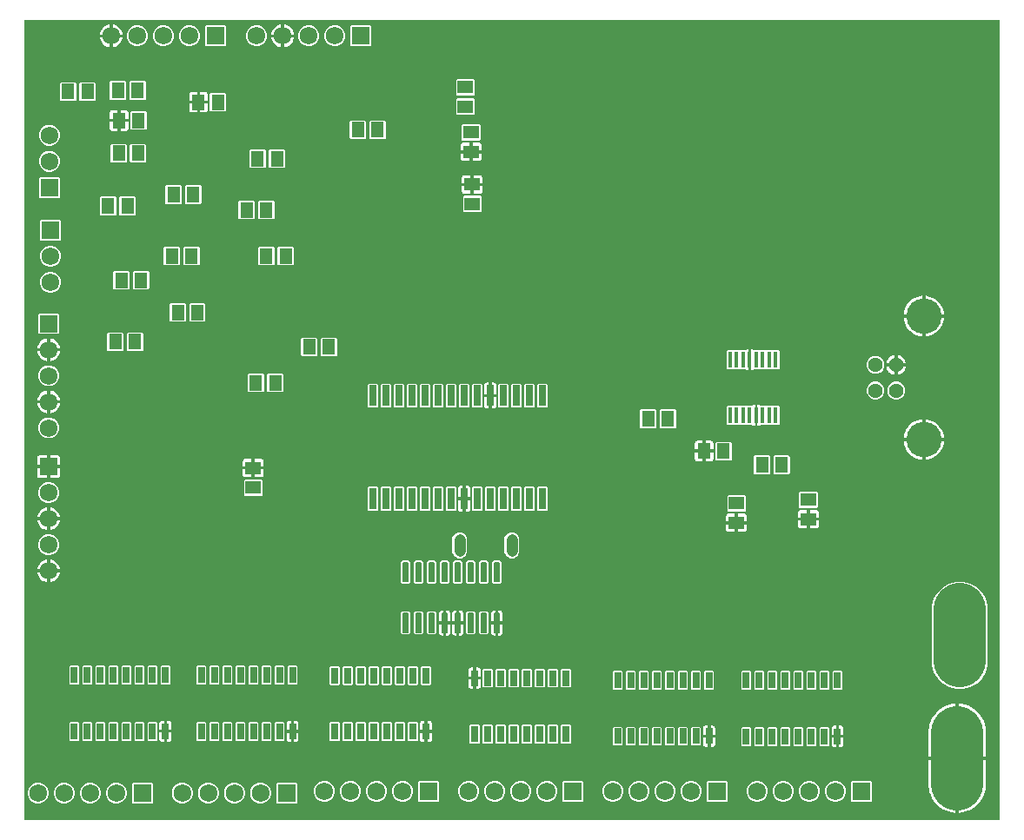
<source format=gbr>
G04 EAGLE Gerber RS-274X export*
G75*
%MOMM*%
%FSLAX34Y34*%
%LPD*%
%INTop Copper*%
%IPPOS*%
%AMOC8*
5,1,8,0,0,1.08239X$1,22.5*%
G01*
%ADD10R,1.500000X1.300000*%
%ADD11R,1.300000X1.500000*%
%ADD12C,5.080000*%
%ADD13R,1.725000X1.725000*%
%ADD14C,1.725000*%
%ADD15R,0.660400X2.032000*%
%ADD16R,0.435000X1.526000*%
%ADD17R,0.650000X1.550000*%
%ADD18C,1.431000*%
%ADD19C,3.450000*%
%ADD20C,1.117600*%
%ADD21C,0.147500*%

G36*
X959098Y10164D02*
X959098Y10164D01*
X959117Y10162D01*
X959219Y10184D01*
X959321Y10200D01*
X959338Y10210D01*
X959358Y10214D01*
X959447Y10267D01*
X959538Y10316D01*
X959552Y10330D01*
X959569Y10340D01*
X959636Y10419D01*
X959708Y10494D01*
X959716Y10512D01*
X959729Y10527D01*
X959768Y10623D01*
X959811Y10717D01*
X959813Y10737D01*
X959821Y10755D01*
X959839Y10922D01*
X959839Y789078D01*
X959836Y789098D01*
X959838Y789117D01*
X959816Y789219D01*
X959800Y789321D01*
X959790Y789338D01*
X959786Y789358D01*
X959733Y789447D01*
X959684Y789538D01*
X959670Y789552D01*
X959660Y789569D01*
X959581Y789636D01*
X959506Y789708D01*
X959488Y789716D01*
X959473Y789729D01*
X959377Y789768D01*
X959283Y789811D01*
X959263Y789813D01*
X959245Y789821D01*
X959078Y789839D01*
X10922Y789839D01*
X10902Y789836D01*
X10883Y789838D01*
X10781Y789816D01*
X10679Y789800D01*
X10662Y789790D01*
X10642Y789786D01*
X10553Y789733D01*
X10462Y789684D01*
X10448Y789670D01*
X10431Y789660D01*
X10364Y789581D01*
X10292Y789506D01*
X10284Y789488D01*
X10271Y789473D01*
X10232Y789377D01*
X10189Y789283D01*
X10187Y789263D01*
X10179Y789245D01*
X10161Y789078D01*
X10161Y10922D01*
X10164Y10902D01*
X10162Y10883D01*
X10184Y10781D01*
X10200Y10679D01*
X10210Y10662D01*
X10214Y10642D01*
X10267Y10553D01*
X10316Y10462D01*
X10330Y10448D01*
X10340Y10431D01*
X10419Y10364D01*
X10494Y10292D01*
X10512Y10284D01*
X10527Y10271D01*
X10623Y10232D01*
X10717Y10189D01*
X10737Y10187D01*
X10755Y10179D01*
X10922Y10161D01*
X959078Y10161D01*
X959098Y10164D01*
G37*
%LPC*%
G36*
X917655Y137875D02*
X917655Y137875D01*
X910807Y139710D01*
X904668Y143255D01*
X899655Y148268D01*
X896110Y154407D01*
X894275Y161255D01*
X894275Y219145D01*
X896110Y225993D01*
X899655Y232132D01*
X904668Y237145D01*
X910807Y240690D01*
X917655Y242525D01*
X924745Y242525D01*
X931593Y240690D01*
X937732Y237145D01*
X942745Y232132D01*
X946290Y225993D01*
X948125Y219145D01*
X948125Y161255D01*
X946290Y154407D01*
X942745Y148268D01*
X937732Y143255D01*
X931593Y139710D01*
X924745Y137875D01*
X917655Y137875D01*
G37*
%LPD*%
%LPC*%
G36*
X920323Y72023D02*
X920323Y72023D01*
X920323Y123841D01*
X920369Y123841D01*
X923488Y123489D01*
X926314Y122844D01*
X926547Y122791D01*
X929509Y121755D01*
X932337Y120393D01*
X934994Y118723D01*
X937448Y116767D01*
X939667Y114548D01*
X941623Y112094D01*
X943293Y109437D01*
X944655Y106609D01*
X945691Y103647D01*
X946389Y100588D01*
X946741Y97469D01*
X946741Y72023D01*
X920323Y72023D01*
G37*
%LPD*%
%LPC*%
G36*
X920323Y17159D02*
X920323Y17159D01*
X920323Y68977D01*
X946741Y68977D01*
X946741Y43531D01*
X946389Y40412D01*
X945691Y37353D01*
X944655Y34391D01*
X943293Y31563D01*
X941623Y28906D01*
X939667Y26452D01*
X937448Y24233D01*
X934994Y22277D01*
X932337Y20607D01*
X929509Y19245D01*
X926547Y18209D01*
X923488Y17511D01*
X920369Y17159D01*
X920323Y17159D01*
G37*
%LPD*%
%LPC*%
G36*
X890859Y72023D02*
X890859Y72023D01*
X890859Y97469D01*
X891211Y100588D01*
X891909Y103647D01*
X892945Y106609D01*
X894307Y109437D01*
X895977Y112094D01*
X897933Y114548D01*
X900152Y116767D01*
X902606Y118723D01*
X905263Y120393D01*
X908091Y121755D01*
X911053Y122791D01*
X914112Y123489D01*
X917231Y123841D01*
X917277Y123841D01*
X917277Y72023D01*
X890859Y72023D01*
G37*
%LPD*%
%LPC*%
G36*
X917231Y17159D02*
X917231Y17159D01*
X914112Y17511D01*
X913043Y17755D01*
X911053Y18209D01*
X908091Y19245D01*
X905263Y20607D01*
X902606Y22277D01*
X900152Y24233D01*
X897933Y26452D01*
X895977Y28906D01*
X894307Y31563D01*
X892945Y34391D01*
X891909Y37353D01*
X891211Y40412D01*
X890859Y43531D01*
X890859Y68977D01*
X917277Y68977D01*
X917277Y17159D01*
X917231Y17159D01*
G37*
%LPD*%
%LPC*%
G36*
X717707Y448649D02*
X717707Y448649D01*
X717707Y458494D01*
X717704Y458514D01*
X717706Y458534D01*
X717684Y458635D01*
X717667Y458737D01*
X717658Y458755D01*
X717653Y458774D01*
X717625Y458822D01*
X717635Y458847D01*
X717679Y458941D01*
X717681Y458960D01*
X717688Y458979D01*
X717707Y459146D01*
X717707Y468991D01*
X719129Y468991D01*
X719776Y468818D01*
X720355Y468483D01*
X720640Y468198D01*
X720714Y468145D01*
X720784Y468085D01*
X720814Y468073D01*
X720840Y468054D01*
X720927Y468027D01*
X721012Y467993D01*
X721053Y467989D01*
X721075Y467982D01*
X721107Y467983D01*
X721179Y467975D01*
X725905Y467975D01*
X725948Y467964D01*
X726047Y467934D01*
X726067Y467934D01*
X726086Y467929D01*
X726189Y467937D01*
X726292Y467940D01*
X726311Y467947D01*
X726331Y467948D01*
X726393Y467975D01*
X732216Y467975D01*
X732298Y467954D01*
X732397Y467924D01*
X732417Y467924D01*
X732436Y467919D01*
X732539Y467927D01*
X732642Y467930D01*
X732661Y467937D01*
X732681Y467938D01*
X732766Y467975D01*
X738605Y467975D01*
X738648Y467964D01*
X738747Y467934D01*
X738767Y467934D01*
X738786Y467929D01*
X738889Y467937D01*
X738992Y467940D01*
X739011Y467947D01*
X739031Y467948D01*
X739093Y467975D01*
X744827Y467975D01*
X745720Y467082D01*
X745720Y450558D01*
X744827Y449665D01*
X739095Y449665D01*
X739053Y449676D01*
X738954Y449706D01*
X738934Y449706D01*
X738914Y449711D01*
X738811Y449703D01*
X738708Y449700D01*
X738689Y449693D01*
X738669Y449692D01*
X738607Y449665D01*
X732784Y449665D01*
X732702Y449686D01*
X732604Y449716D01*
X732584Y449716D01*
X732564Y449721D01*
X732461Y449713D01*
X732358Y449710D01*
X732339Y449703D01*
X732319Y449702D01*
X732234Y449665D01*
X726395Y449665D01*
X726353Y449676D01*
X726254Y449706D01*
X726234Y449706D01*
X726214Y449711D01*
X726111Y449703D01*
X726008Y449700D01*
X725989Y449693D01*
X725969Y449692D01*
X725907Y449665D01*
X721179Y449665D01*
X721089Y449651D01*
X720998Y449643D01*
X720968Y449631D01*
X720936Y449626D01*
X720855Y449583D01*
X720771Y449547D01*
X720739Y449521D01*
X720719Y449510D01*
X720696Y449487D01*
X720640Y449442D01*
X720355Y449157D01*
X719776Y448822D01*
X719129Y448649D01*
X717707Y448649D01*
G37*
%LPD*%
%LPC*%
G36*
X720471Y394409D02*
X720471Y394409D01*
X719824Y394582D01*
X719245Y394917D01*
X718960Y395202D01*
X718886Y395255D01*
X718816Y395315D01*
X718786Y395327D01*
X718760Y395346D01*
X718673Y395373D01*
X718588Y395407D01*
X718547Y395411D01*
X718525Y395418D01*
X718493Y395417D01*
X718421Y395425D01*
X713695Y395425D01*
X713652Y395436D01*
X713553Y395466D01*
X713533Y395466D01*
X713514Y395471D01*
X713411Y395463D01*
X713308Y395460D01*
X713289Y395453D01*
X713269Y395452D01*
X713207Y395425D01*
X707384Y395425D01*
X707302Y395446D01*
X707203Y395476D01*
X707183Y395476D01*
X707164Y395481D01*
X707061Y395473D01*
X706958Y395470D01*
X706939Y395463D01*
X706919Y395462D01*
X706834Y395425D01*
X700995Y395425D01*
X700952Y395436D01*
X700853Y395466D01*
X700833Y395466D01*
X700814Y395471D01*
X700711Y395463D01*
X700608Y395460D01*
X700589Y395453D01*
X700569Y395452D01*
X700507Y395425D01*
X694773Y395425D01*
X693880Y396318D01*
X693880Y412842D01*
X694773Y413735D01*
X700505Y413735D01*
X700547Y413724D01*
X700646Y413694D01*
X700666Y413694D01*
X700686Y413689D01*
X700789Y413697D01*
X700892Y413700D01*
X700911Y413707D01*
X700931Y413708D01*
X700993Y413735D01*
X706816Y413735D01*
X706898Y413714D01*
X706996Y413684D01*
X707016Y413684D01*
X707036Y413679D01*
X707139Y413687D01*
X707242Y413690D01*
X707261Y413697D01*
X707281Y413698D01*
X707366Y413735D01*
X713205Y413735D01*
X713247Y413724D01*
X713346Y413694D01*
X713366Y413694D01*
X713386Y413689D01*
X713489Y413697D01*
X713592Y413700D01*
X713611Y413707D01*
X713631Y413708D01*
X713693Y413735D01*
X718421Y413735D01*
X718511Y413749D01*
X718602Y413757D01*
X718632Y413769D01*
X718664Y413774D01*
X718745Y413817D01*
X718829Y413853D01*
X718861Y413879D01*
X718881Y413890D01*
X718904Y413913D01*
X718960Y413958D01*
X719245Y414243D01*
X719824Y414578D01*
X720471Y414751D01*
X721893Y414751D01*
X721893Y404906D01*
X721896Y404886D01*
X721894Y404866D01*
X721916Y404765D01*
X721933Y404663D01*
X721942Y404645D01*
X721946Y404626D01*
X721975Y404578D01*
X721965Y404553D01*
X721921Y404459D01*
X721919Y404440D01*
X721912Y404421D01*
X721893Y404254D01*
X721893Y394409D01*
X720471Y394409D01*
G37*
%LPD*%
%LPC*%
G36*
X394743Y28050D02*
X394743Y28050D01*
X393850Y28943D01*
X393850Y47457D01*
X394743Y48350D01*
X413257Y48350D01*
X414150Y47457D01*
X414150Y28943D01*
X413257Y28050D01*
X394743Y28050D01*
G37*
%LPD*%
%LPC*%
G36*
X186943Y764250D02*
X186943Y764250D01*
X186050Y765143D01*
X186050Y783657D01*
X186943Y784550D01*
X205457Y784550D01*
X206350Y783657D01*
X206350Y765143D01*
X205457Y764250D01*
X186943Y764250D01*
G37*
%LPD*%
%LPC*%
G36*
X328743Y764250D02*
X328743Y764250D01*
X327850Y765143D01*
X327850Y783657D01*
X328743Y784550D01*
X347257Y784550D01*
X348150Y783657D01*
X348150Y765143D01*
X347257Y764250D01*
X328743Y764250D01*
G37*
%LPD*%
%LPC*%
G36*
X535243Y28050D02*
X535243Y28050D01*
X534350Y28943D01*
X534350Y47457D01*
X535243Y48350D01*
X553757Y48350D01*
X554650Y47457D01*
X554650Y28943D01*
X553757Y28050D01*
X535243Y28050D01*
G37*
%LPD*%
%LPC*%
G36*
X115743Y26150D02*
X115743Y26150D01*
X114850Y27043D01*
X114850Y45557D01*
X115743Y46450D01*
X134257Y46450D01*
X135150Y45557D01*
X135150Y27043D01*
X134257Y26150D01*
X115743Y26150D01*
G37*
%LPD*%
%LPC*%
G36*
X256243Y26150D02*
X256243Y26150D01*
X255350Y27043D01*
X255350Y45557D01*
X256243Y46450D01*
X274757Y46450D01*
X275650Y45557D01*
X275650Y27043D01*
X274757Y26150D01*
X256243Y26150D01*
G37*
%LPD*%
%LPC*%
G36*
X25143Y616650D02*
X25143Y616650D01*
X24250Y617543D01*
X24250Y636057D01*
X25143Y636950D01*
X43657Y636950D01*
X44550Y636057D01*
X44550Y617543D01*
X43657Y616650D01*
X25143Y616650D01*
G37*
%LPD*%
%LPC*%
G36*
X24443Y483850D02*
X24443Y483850D01*
X23550Y484743D01*
X23550Y503257D01*
X24443Y504150D01*
X42957Y504150D01*
X43850Y503257D01*
X43850Y484743D01*
X42957Y483850D01*
X24443Y483850D01*
G37*
%LPD*%
%LPC*%
G36*
X26343Y575050D02*
X26343Y575050D01*
X25450Y575943D01*
X25450Y594457D01*
X26343Y595350D01*
X44857Y595350D01*
X45750Y594457D01*
X45750Y575943D01*
X44857Y575050D01*
X26343Y575050D01*
G37*
%LPD*%
%LPC*%
G36*
X675743Y28050D02*
X675743Y28050D01*
X674850Y28943D01*
X674850Y47457D01*
X675743Y48350D01*
X694257Y48350D01*
X695150Y47457D01*
X695150Y28943D01*
X694257Y28050D01*
X675743Y28050D01*
G37*
%LPD*%
%LPC*%
G36*
X816243Y28050D02*
X816243Y28050D01*
X815350Y28943D01*
X815350Y47457D01*
X816243Y48350D01*
X834757Y48350D01*
X835650Y47457D01*
X835650Y28943D01*
X834757Y28050D01*
X816243Y28050D01*
G37*
%LPD*%
%LPC*%
G36*
X724067Y394409D02*
X724067Y394409D01*
X724067Y404254D01*
X724064Y404274D01*
X724066Y404294D01*
X724044Y404395D01*
X724027Y404497D01*
X724018Y404515D01*
X724013Y404534D01*
X723985Y404582D01*
X723995Y404607D01*
X724039Y404701D01*
X724041Y404720D01*
X724048Y404739D01*
X724067Y404906D01*
X724067Y414751D01*
X725489Y414751D01*
X726136Y414578D01*
X726715Y414243D01*
X727000Y413958D01*
X727074Y413905D01*
X727144Y413845D01*
X727174Y413833D01*
X727200Y413814D01*
X727287Y413787D01*
X727372Y413753D01*
X727413Y413749D01*
X727435Y413742D01*
X727467Y413743D01*
X727539Y413735D01*
X732216Y413735D01*
X732298Y413714D01*
X732396Y413684D01*
X732416Y413684D01*
X732436Y413679D01*
X732539Y413687D01*
X732642Y413690D01*
X732661Y413697D01*
X732681Y413698D01*
X732766Y413735D01*
X738605Y413735D01*
X738647Y413724D01*
X738746Y413694D01*
X738766Y413694D01*
X738786Y413689D01*
X738889Y413697D01*
X738992Y413700D01*
X739011Y413707D01*
X739031Y413708D01*
X739093Y413735D01*
X744827Y413735D01*
X745720Y412842D01*
X745720Y396318D01*
X744827Y395425D01*
X739095Y395425D01*
X739052Y395436D01*
X738953Y395466D01*
X738933Y395466D01*
X738914Y395471D01*
X738811Y395463D01*
X738708Y395460D01*
X738689Y395453D01*
X738669Y395452D01*
X738607Y395425D01*
X732784Y395425D01*
X732702Y395446D01*
X732603Y395476D01*
X732583Y395476D01*
X732564Y395481D01*
X732461Y395473D01*
X732358Y395470D01*
X732339Y395463D01*
X732319Y395462D01*
X732234Y395425D01*
X727539Y395425D01*
X727449Y395411D01*
X727358Y395403D01*
X727328Y395391D01*
X727296Y395386D01*
X727215Y395343D01*
X727131Y395307D01*
X727099Y395281D01*
X727079Y395270D01*
X727056Y395247D01*
X727000Y395202D01*
X726715Y394917D01*
X726136Y394582D01*
X725489Y394409D01*
X724067Y394409D01*
G37*
%LPD*%
%LPC*%
G36*
X714111Y448649D02*
X714111Y448649D01*
X713464Y448822D01*
X712885Y449157D01*
X712600Y449442D01*
X712526Y449495D01*
X712456Y449555D01*
X712426Y449567D01*
X712400Y449586D01*
X712313Y449613D01*
X712228Y449647D01*
X712187Y449651D01*
X712165Y449658D01*
X712133Y449657D01*
X712061Y449665D01*
X707384Y449665D01*
X707302Y449686D01*
X707204Y449716D01*
X707184Y449716D01*
X707164Y449721D01*
X707061Y449713D01*
X706958Y449710D01*
X706939Y449703D01*
X706919Y449702D01*
X706834Y449665D01*
X700995Y449665D01*
X700953Y449676D01*
X700854Y449706D01*
X700834Y449706D01*
X700814Y449711D01*
X700711Y449703D01*
X700608Y449700D01*
X700589Y449693D01*
X700569Y449692D01*
X700507Y449665D01*
X694773Y449665D01*
X693880Y450558D01*
X693880Y467082D01*
X694773Y467975D01*
X700505Y467975D01*
X700548Y467964D01*
X700647Y467934D01*
X700667Y467934D01*
X700686Y467929D01*
X700789Y467937D01*
X700892Y467940D01*
X700911Y467947D01*
X700931Y467948D01*
X700993Y467975D01*
X706816Y467975D01*
X706898Y467954D01*
X706997Y467924D01*
X707017Y467924D01*
X707036Y467919D01*
X707139Y467927D01*
X707242Y467930D01*
X707261Y467937D01*
X707281Y467938D01*
X707366Y467975D01*
X712061Y467975D01*
X712151Y467989D01*
X712242Y467997D01*
X712272Y468009D01*
X712304Y468014D01*
X712385Y468057D01*
X712469Y468093D01*
X712501Y468119D01*
X712521Y468130D01*
X712544Y468153D01*
X712600Y468198D01*
X712885Y468483D01*
X713464Y468818D01*
X714111Y468991D01*
X715533Y468991D01*
X715533Y459146D01*
X715536Y459126D01*
X715534Y459106D01*
X715556Y459005D01*
X715573Y458903D01*
X715582Y458885D01*
X715586Y458866D01*
X715615Y458818D01*
X715605Y458793D01*
X715561Y458699D01*
X715559Y458680D01*
X715552Y458661D01*
X715533Y458494D01*
X715533Y448649D01*
X714111Y448649D01*
G37*
%LPD*%
%LPC*%
G36*
X466281Y28050D02*
X466281Y28050D01*
X462551Y29595D01*
X459695Y32451D01*
X458150Y36181D01*
X458150Y40219D01*
X459695Y43949D01*
X462551Y46805D01*
X466281Y48350D01*
X470319Y48350D01*
X474049Y46805D01*
X476905Y43949D01*
X478450Y40219D01*
X478450Y36181D01*
X476905Y32451D01*
X474049Y29595D01*
X470319Y28050D01*
X466281Y28050D01*
G37*
%LPD*%
%LPC*%
G36*
X31681Y433050D02*
X31681Y433050D01*
X27951Y434595D01*
X25095Y437451D01*
X23550Y441181D01*
X23550Y445219D01*
X25095Y448949D01*
X27951Y451805D01*
X31681Y453350D01*
X35719Y453350D01*
X39449Y451805D01*
X42305Y448949D01*
X43850Y445219D01*
X43850Y441181D01*
X42305Y437451D01*
X39449Y434595D01*
X35719Y433050D01*
X31681Y433050D01*
G37*
%LPD*%
%LPC*%
G36*
X33581Y524250D02*
X33581Y524250D01*
X29851Y525795D01*
X26995Y528651D01*
X25450Y532381D01*
X25450Y536419D01*
X26995Y540149D01*
X29851Y543005D01*
X33581Y544550D01*
X37619Y544550D01*
X41349Y543005D01*
X44205Y540149D01*
X45750Y536419D01*
X45750Y532381D01*
X44205Y528651D01*
X41349Y525795D01*
X37619Y524250D01*
X33581Y524250D01*
G37*
%LPD*%
%LPC*%
G36*
X32381Y642050D02*
X32381Y642050D01*
X28651Y643595D01*
X25795Y646451D01*
X24250Y650181D01*
X24250Y654219D01*
X25795Y657949D01*
X28651Y660805D01*
X32381Y662350D01*
X36419Y662350D01*
X40149Y660805D01*
X43005Y657949D01*
X44550Y654219D01*
X44550Y650181D01*
X43005Y646451D01*
X40149Y643595D01*
X36419Y642050D01*
X32381Y642050D01*
G37*
%LPD*%
%LPC*%
G36*
X440881Y28050D02*
X440881Y28050D01*
X437151Y29595D01*
X434295Y32451D01*
X432750Y36181D01*
X432750Y40219D01*
X434295Y43949D01*
X437151Y46805D01*
X440881Y48350D01*
X444919Y48350D01*
X448649Y46805D01*
X451505Y43949D01*
X453050Y40219D01*
X453050Y36181D01*
X451505Y32451D01*
X448649Y29595D01*
X444919Y28050D01*
X440881Y28050D01*
G37*
%LPD*%
%LPC*%
G36*
X97581Y26150D02*
X97581Y26150D01*
X93851Y27695D01*
X90995Y30551D01*
X89450Y34281D01*
X89450Y38319D01*
X90995Y42049D01*
X93851Y44905D01*
X97581Y46450D01*
X101619Y46450D01*
X105349Y44905D01*
X108205Y42049D01*
X109750Y38319D01*
X109750Y34281D01*
X108205Y30551D01*
X105349Y27695D01*
X101619Y26150D01*
X97581Y26150D01*
G37*
%LPD*%
%LPC*%
G36*
X72181Y26150D02*
X72181Y26150D01*
X68451Y27695D01*
X65595Y30551D01*
X64050Y34281D01*
X64050Y38319D01*
X65595Y42049D01*
X68451Y44905D01*
X72181Y46450D01*
X76219Y46450D01*
X79949Y44905D01*
X82805Y42049D01*
X84350Y38319D01*
X84350Y34281D01*
X82805Y30551D01*
X79949Y27695D01*
X76219Y26150D01*
X72181Y26150D01*
G37*
%LPD*%
%LPC*%
G36*
X376581Y28050D02*
X376581Y28050D01*
X372851Y29595D01*
X369995Y32451D01*
X368450Y36181D01*
X368450Y40219D01*
X369995Y43949D01*
X372851Y46805D01*
X376581Y48350D01*
X380619Y48350D01*
X384349Y46805D01*
X387205Y43949D01*
X388750Y40219D01*
X388750Y36181D01*
X387205Y32451D01*
X384349Y29595D01*
X380619Y28050D01*
X376581Y28050D01*
G37*
%LPD*%
%LPC*%
G36*
X351181Y28050D02*
X351181Y28050D01*
X347451Y29595D01*
X344595Y32451D01*
X343050Y36181D01*
X343050Y40219D01*
X344595Y43949D01*
X347451Y46805D01*
X351181Y48350D01*
X355219Y48350D01*
X358949Y46805D01*
X361805Y43949D01*
X363350Y40219D01*
X363350Y36181D01*
X361805Y32451D01*
X358949Y29595D01*
X355219Y28050D01*
X351181Y28050D01*
G37*
%LPD*%
%LPC*%
G36*
X632181Y28050D02*
X632181Y28050D01*
X628451Y29595D01*
X625595Y32451D01*
X624050Y36181D01*
X624050Y40219D01*
X625595Y43949D01*
X628451Y46805D01*
X632181Y48350D01*
X636219Y48350D01*
X639949Y46805D01*
X642805Y43949D01*
X644350Y40219D01*
X644350Y36181D01*
X642805Y32451D01*
X639949Y29595D01*
X636219Y28050D01*
X632181Y28050D01*
G37*
%LPD*%
%LPC*%
G36*
X31681Y318950D02*
X31681Y318950D01*
X27951Y320495D01*
X25095Y323351D01*
X23550Y327081D01*
X23550Y331119D01*
X25095Y334849D01*
X27951Y337705D01*
X31681Y339250D01*
X35719Y339250D01*
X39449Y337705D01*
X42305Y334849D01*
X43850Y331119D01*
X43850Y327081D01*
X42305Y323351D01*
X39449Y320495D01*
X35719Y318950D01*
X31681Y318950D01*
G37*
%LPD*%
%LPC*%
G36*
X46781Y26150D02*
X46781Y26150D01*
X43051Y27695D01*
X40195Y30551D01*
X38650Y34281D01*
X38650Y38319D01*
X40195Y42049D01*
X43051Y44905D01*
X46781Y46450D01*
X50819Y46450D01*
X54549Y44905D01*
X57405Y42049D01*
X58950Y38319D01*
X58950Y34281D01*
X57405Y30551D01*
X54549Y27695D01*
X50819Y26150D01*
X46781Y26150D01*
G37*
%LPD*%
%LPC*%
G36*
X31681Y382250D02*
X31681Y382250D01*
X27951Y383795D01*
X25095Y386651D01*
X23550Y390381D01*
X23550Y394419D01*
X25095Y398149D01*
X27951Y401005D01*
X31681Y402550D01*
X35719Y402550D01*
X39449Y401005D01*
X42305Y398149D01*
X43850Y394419D01*
X43850Y390381D01*
X42305Y386651D01*
X39449Y383795D01*
X35719Y382250D01*
X31681Y382250D01*
G37*
%LPD*%
%LPC*%
G36*
X117981Y764250D02*
X117981Y764250D01*
X114251Y765795D01*
X111395Y768651D01*
X109850Y772381D01*
X109850Y776419D01*
X111395Y780149D01*
X114251Y783005D01*
X117981Y784550D01*
X122019Y784550D01*
X125749Y783005D01*
X128605Y780149D01*
X130150Y776419D01*
X130150Y772381D01*
X128605Y768651D01*
X125749Y765795D01*
X122019Y764250D01*
X117981Y764250D01*
G37*
%LPD*%
%LPC*%
G36*
X31681Y268150D02*
X31681Y268150D01*
X27951Y269695D01*
X25095Y272551D01*
X23550Y276281D01*
X23550Y280319D01*
X25095Y284049D01*
X27951Y286905D01*
X31681Y288450D01*
X35719Y288450D01*
X39449Y286905D01*
X42305Y284049D01*
X43850Y280319D01*
X43850Y276281D01*
X42305Y272551D01*
X39449Y269695D01*
X35719Y268150D01*
X31681Y268150D01*
G37*
%LPD*%
%LPC*%
G36*
X238081Y26150D02*
X238081Y26150D01*
X234351Y27695D01*
X231495Y30551D01*
X229950Y34281D01*
X229950Y38319D01*
X231495Y42049D01*
X234351Y44905D01*
X238081Y46450D01*
X242119Y46450D01*
X245849Y44905D01*
X248705Y42049D01*
X250250Y38319D01*
X250250Y34281D01*
X248705Y30551D01*
X245849Y27695D01*
X242119Y26150D01*
X238081Y26150D01*
G37*
%LPD*%
%LPC*%
G36*
X212681Y26150D02*
X212681Y26150D01*
X208951Y27695D01*
X206095Y30551D01*
X204550Y34281D01*
X204550Y38319D01*
X206095Y42049D01*
X208951Y44905D01*
X212681Y46450D01*
X216719Y46450D01*
X220449Y44905D01*
X223305Y42049D01*
X224850Y38319D01*
X224850Y34281D01*
X223305Y30551D01*
X220449Y27695D01*
X216719Y26150D01*
X212681Y26150D01*
G37*
%LPD*%
%LPC*%
G36*
X310581Y764250D02*
X310581Y764250D01*
X306851Y765795D01*
X303995Y768651D01*
X302450Y772381D01*
X302450Y776419D01*
X303995Y780149D01*
X306851Y783005D01*
X310581Y784550D01*
X314619Y784550D01*
X318349Y783005D01*
X321205Y780149D01*
X322750Y776419D01*
X322750Y772381D01*
X321205Y768651D01*
X318349Y765795D01*
X314619Y764250D01*
X310581Y764250D01*
G37*
%LPD*%
%LPC*%
G36*
X32381Y667450D02*
X32381Y667450D01*
X28651Y668995D01*
X25795Y671851D01*
X24250Y675581D01*
X24250Y679619D01*
X25795Y683349D01*
X28651Y686205D01*
X32381Y687750D01*
X36419Y687750D01*
X40149Y686205D01*
X43005Y683349D01*
X44550Y679619D01*
X44550Y675581D01*
X43005Y671851D01*
X40149Y668995D01*
X36419Y667450D01*
X32381Y667450D01*
G37*
%LPD*%
%LPC*%
G36*
X187281Y26150D02*
X187281Y26150D01*
X183551Y27695D01*
X180695Y30551D01*
X179150Y34281D01*
X179150Y38319D01*
X180695Y42049D01*
X183551Y44905D01*
X187281Y46450D01*
X191319Y46450D01*
X195049Y44905D01*
X197905Y42049D01*
X199450Y38319D01*
X199450Y34281D01*
X197905Y30551D01*
X195049Y27695D01*
X191319Y26150D01*
X187281Y26150D01*
G37*
%LPD*%
%LPC*%
G36*
X161881Y26150D02*
X161881Y26150D01*
X158151Y27695D01*
X155295Y30551D01*
X153750Y34281D01*
X153750Y38319D01*
X155295Y42049D01*
X158151Y44905D01*
X161881Y46450D01*
X165919Y46450D01*
X169649Y44905D01*
X172505Y42049D01*
X174050Y38319D01*
X174050Y34281D01*
X172505Y30551D01*
X169649Y27695D01*
X165919Y26150D01*
X161881Y26150D01*
G37*
%LPD*%
%LPC*%
G36*
X285181Y764250D02*
X285181Y764250D01*
X281451Y765795D01*
X278595Y768651D01*
X277050Y772381D01*
X277050Y776419D01*
X278595Y780149D01*
X281451Y783005D01*
X285181Y784550D01*
X289219Y784550D01*
X292949Y783005D01*
X295805Y780149D01*
X297350Y776419D01*
X297350Y772381D01*
X295805Y768651D01*
X292949Y765795D01*
X289219Y764250D01*
X285181Y764250D01*
G37*
%LPD*%
%LPC*%
G36*
X234381Y764250D02*
X234381Y764250D01*
X230651Y765795D01*
X227795Y768651D01*
X226250Y772381D01*
X226250Y776419D01*
X227795Y780149D01*
X230651Y783005D01*
X234381Y784550D01*
X238419Y784550D01*
X242149Y783005D01*
X245005Y780149D01*
X246550Y776419D01*
X246550Y772381D01*
X245005Y768651D01*
X242149Y765795D01*
X238419Y764250D01*
X234381Y764250D01*
G37*
%LPD*%
%LPC*%
G36*
X33581Y549650D02*
X33581Y549650D01*
X29851Y551195D01*
X26995Y554051D01*
X25450Y557781D01*
X25450Y561819D01*
X26995Y565549D01*
X29851Y568405D01*
X33581Y569950D01*
X37619Y569950D01*
X41349Y568405D01*
X44205Y565549D01*
X45750Y561819D01*
X45750Y557781D01*
X44205Y554051D01*
X41349Y551195D01*
X37619Y549650D01*
X33581Y549650D01*
G37*
%LPD*%
%LPC*%
G36*
X581381Y28050D02*
X581381Y28050D01*
X577651Y29595D01*
X574795Y32451D01*
X573250Y36181D01*
X573250Y40219D01*
X574795Y43949D01*
X577651Y46805D01*
X581381Y48350D01*
X585419Y48350D01*
X589149Y46805D01*
X592005Y43949D01*
X593550Y40219D01*
X593550Y36181D01*
X592005Y32451D01*
X589149Y29595D01*
X585419Y28050D01*
X581381Y28050D01*
G37*
%LPD*%
%LPC*%
G36*
X606781Y28050D02*
X606781Y28050D01*
X603051Y29595D01*
X600195Y32451D01*
X598650Y36181D01*
X598650Y40219D01*
X600195Y43949D01*
X603051Y46805D01*
X606781Y48350D01*
X610819Y48350D01*
X614549Y46805D01*
X617405Y43949D01*
X618950Y40219D01*
X618950Y36181D01*
X617405Y32451D01*
X614549Y29595D01*
X610819Y28050D01*
X606781Y28050D01*
G37*
%LPD*%
%LPC*%
G36*
X657581Y28050D02*
X657581Y28050D01*
X653851Y29595D01*
X650995Y32451D01*
X649450Y36181D01*
X649450Y40219D01*
X650995Y43949D01*
X653851Y46805D01*
X657581Y48350D01*
X661619Y48350D01*
X665349Y46805D01*
X668205Y43949D01*
X669750Y40219D01*
X669750Y36181D01*
X668205Y32451D01*
X665349Y29595D01*
X661619Y28050D01*
X657581Y28050D01*
G37*
%LPD*%
%LPC*%
G36*
X168781Y764250D02*
X168781Y764250D01*
X165051Y765795D01*
X162195Y768651D01*
X160650Y772381D01*
X160650Y776419D01*
X162195Y780149D01*
X165051Y783005D01*
X168781Y784550D01*
X172819Y784550D01*
X176549Y783005D01*
X179405Y780149D01*
X180950Y776419D01*
X180950Y772381D01*
X179405Y768651D01*
X176549Y765795D01*
X172819Y764250D01*
X168781Y764250D01*
G37*
%LPD*%
%LPC*%
G36*
X721881Y28050D02*
X721881Y28050D01*
X718151Y29595D01*
X715295Y32451D01*
X713750Y36181D01*
X713750Y40219D01*
X715295Y43949D01*
X718151Y46805D01*
X721881Y48350D01*
X725919Y48350D01*
X729649Y46805D01*
X732505Y43949D01*
X734050Y40219D01*
X734050Y36181D01*
X732505Y32451D01*
X729649Y29595D01*
X725919Y28050D01*
X721881Y28050D01*
G37*
%LPD*%
%LPC*%
G36*
X747281Y28050D02*
X747281Y28050D01*
X743551Y29595D01*
X740695Y32451D01*
X739150Y36181D01*
X739150Y40219D01*
X740695Y43949D01*
X743551Y46805D01*
X747281Y48350D01*
X751319Y48350D01*
X755049Y46805D01*
X757905Y43949D01*
X759450Y40219D01*
X759450Y36181D01*
X757905Y32451D01*
X755049Y29595D01*
X751319Y28050D01*
X747281Y28050D01*
G37*
%LPD*%
%LPC*%
G36*
X772681Y28050D02*
X772681Y28050D01*
X768951Y29595D01*
X766095Y32451D01*
X764550Y36181D01*
X764550Y40219D01*
X766095Y43949D01*
X768951Y46805D01*
X772681Y48350D01*
X776719Y48350D01*
X780449Y46805D01*
X783305Y43949D01*
X784850Y40219D01*
X784850Y36181D01*
X783305Y32451D01*
X780449Y29595D01*
X776719Y28050D01*
X772681Y28050D01*
G37*
%LPD*%
%LPC*%
G36*
X798081Y28050D02*
X798081Y28050D01*
X794351Y29595D01*
X791495Y32451D01*
X789950Y36181D01*
X789950Y40219D01*
X791495Y43949D01*
X794351Y46805D01*
X798081Y48350D01*
X802119Y48350D01*
X805849Y46805D01*
X808705Y43949D01*
X810250Y40219D01*
X810250Y36181D01*
X808705Y32451D01*
X805849Y29595D01*
X802119Y28050D01*
X798081Y28050D01*
G37*
%LPD*%
%LPC*%
G36*
X143381Y764250D02*
X143381Y764250D01*
X139651Y765795D01*
X136795Y768651D01*
X135250Y772381D01*
X135250Y776419D01*
X136795Y780149D01*
X139651Y783005D01*
X143381Y784550D01*
X147419Y784550D01*
X151149Y783005D01*
X154005Y780149D01*
X155550Y776419D01*
X155550Y772381D01*
X154005Y768651D01*
X151149Y765795D01*
X147419Y764250D01*
X143381Y764250D01*
G37*
%LPD*%
%LPC*%
G36*
X300381Y28050D02*
X300381Y28050D01*
X296651Y29595D01*
X293795Y32451D01*
X292250Y36181D01*
X292250Y40219D01*
X293795Y43949D01*
X296651Y46805D01*
X300381Y48350D01*
X304419Y48350D01*
X308149Y46805D01*
X311005Y43949D01*
X312550Y40219D01*
X312550Y36181D01*
X311005Y32451D01*
X308149Y29595D01*
X304419Y28050D01*
X300381Y28050D01*
G37*
%LPD*%
%LPC*%
G36*
X325781Y28050D02*
X325781Y28050D01*
X322051Y29595D01*
X319195Y32451D01*
X317650Y36181D01*
X317650Y40219D01*
X319195Y43949D01*
X322051Y46805D01*
X325781Y48350D01*
X329819Y48350D01*
X333549Y46805D01*
X336405Y43949D01*
X337950Y40219D01*
X337950Y36181D01*
X336405Y32451D01*
X333549Y29595D01*
X329819Y28050D01*
X325781Y28050D01*
G37*
%LPD*%
%LPC*%
G36*
X517081Y28050D02*
X517081Y28050D01*
X513351Y29595D01*
X510495Y32451D01*
X508950Y36181D01*
X508950Y40219D01*
X510495Y43949D01*
X513351Y46805D01*
X517081Y48350D01*
X521119Y48350D01*
X524849Y46805D01*
X527705Y43949D01*
X529250Y40219D01*
X529250Y36181D01*
X527705Y32451D01*
X524849Y29595D01*
X521119Y28050D01*
X517081Y28050D01*
G37*
%LPD*%
%LPC*%
G36*
X491681Y28050D02*
X491681Y28050D01*
X487951Y29595D01*
X485095Y32451D01*
X483550Y36181D01*
X483550Y40219D01*
X485095Y43949D01*
X487951Y46805D01*
X491681Y48350D01*
X495719Y48350D01*
X499449Y46805D01*
X502305Y43949D01*
X503850Y40219D01*
X503850Y36181D01*
X502305Y32451D01*
X499449Y29595D01*
X495719Y28050D01*
X491681Y28050D01*
G37*
%LPD*%
%LPC*%
G36*
X21381Y26150D02*
X21381Y26150D01*
X17651Y27695D01*
X14795Y30551D01*
X13250Y34281D01*
X13250Y38319D01*
X14795Y42049D01*
X17651Y44905D01*
X21381Y46450D01*
X25419Y46450D01*
X29149Y44905D01*
X32005Y42049D01*
X33550Y38319D01*
X33550Y34281D01*
X32005Y30551D01*
X29149Y27695D01*
X25419Y26150D01*
X21381Y26150D01*
G37*
%LPD*%
%LPC*%
G36*
X432785Y265299D02*
X432785Y265299D01*
X430171Y266382D01*
X428170Y268383D01*
X427087Y270997D01*
X427087Y285003D01*
X428170Y287617D01*
X430171Y289618D01*
X432785Y290701D01*
X435615Y290701D01*
X438229Y289618D01*
X440230Y287617D01*
X441313Y285003D01*
X441313Y270997D01*
X440230Y268383D01*
X438229Y266382D01*
X435615Y265299D01*
X432785Y265299D01*
G37*
%LPD*%
%LPC*%
G36*
X483585Y265299D02*
X483585Y265299D01*
X480971Y266382D01*
X478970Y268383D01*
X477887Y270997D01*
X477887Y285003D01*
X478970Y287617D01*
X480971Y289618D01*
X483585Y290701D01*
X486415Y290701D01*
X489029Y289618D01*
X491030Y287617D01*
X492113Y285003D01*
X492113Y270997D01*
X491030Y268383D01*
X489029Y266382D01*
X486415Y265299D01*
X483585Y265299D01*
G37*
%LPD*%
%LPC*%
G36*
X249268Y645775D02*
X249268Y645775D01*
X248375Y646668D01*
X248375Y662932D01*
X249268Y663825D01*
X263532Y663825D01*
X264425Y662932D01*
X264425Y646668D01*
X263532Y645775D01*
X249268Y645775D01*
G37*
%LPD*%
%LPC*%
G36*
X148268Y610775D02*
X148268Y610775D01*
X147375Y611668D01*
X147375Y627932D01*
X148268Y628825D01*
X162532Y628825D01*
X163425Y627932D01*
X163425Y611668D01*
X162532Y610775D01*
X148268Y610775D01*
G37*
%LPD*%
%LPC*%
G36*
X167268Y610775D02*
X167268Y610775D01*
X166375Y611668D01*
X166375Y627932D01*
X167268Y628825D01*
X181532Y628825D01*
X182425Y627932D01*
X182425Y611668D01*
X181532Y610775D01*
X167268Y610775D01*
G37*
%LPD*%
%LPC*%
G36*
X438168Y602575D02*
X438168Y602575D01*
X437275Y603468D01*
X437275Y617732D01*
X438168Y618625D01*
X454432Y618625D01*
X455325Y617732D01*
X455325Y603468D01*
X454432Y602575D01*
X438168Y602575D01*
G37*
%LPD*%
%LPC*%
G36*
X103468Y599675D02*
X103468Y599675D01*
X102575Y600568D01*
X102575Y616832D01*
X103468Y617725D01*
X117732Y617725D01*
X118625Y616832D01*
X118625Y600568D01*
X117732Y599675D01*
X103468Y599675D01*
G37*
%LPD*%
%LPC*%
G36*
X84468Y599675D02*
X84468Y599675D01*
X83575Y600568D01*
X83575Y616832D01*
X84468Y617725D01*
X98732Y617725D01*
X99625Y616832D01*
X99625Y600568D01*
X98732Y599675D01*
X84468Y599675D01*
G37*
%LPD*%
%LPC*%
G36*
X238468Y595775D02*
X238468Y595775D01*
X237575Y596668D01*
X237575Y612932D01*
X238468Y613825D01*
X252732Y613825D01*
X253625Y612932D01*
X253625Y596668D01*
X252732Y595775D01*
X238468Y595775D01*
G37*
%LPD*%
%LPC*%
G36*
X219468Y595775D02*
X219468Y595775D01*
X218575Y596668D01*
X218575Y612932D01*
X219468Y613825D01*
X233732Y613825D01*
X234625Y612932D01*
X234625Y596668D01*
X233732Y595775D01*
X219468Y595775D01*
G37*
%LPD*%
%LPC*%
G36*
X146668Y550775D02*
X146668Y550775D01*
X145775Y551668D01*
X145775Y567932D01*
X146668Y568825D01*
X160932Y568825D01*
X161825Y567932D01*
X161825Y551668D01*
X160932Y550775D01*
X146668Y550775D01*
G37*
%LPD*%
%LPC*%
G36*
X257668Y550775D02*
X257668Y550775D01*
X256775Y551668D01*
X256775Y567932D01*
X257668Y568825D01*
X271932Y568825D01*
X272825Y567932D01*
X272825Y551668D01*
X271932Y550775D01*
X257668Y550775D01*
G37*
%LPD*%
%LPC*%
G36*
X238668Y550775D02*
X238668Y550775D01*
X237775Y551668D01*
X237775Y567932D01*
X238668Y568825D01*
X252932Y568825D01*
X253825Y567932D01*
X253825Y551668D01*
X252932Y550775D01*
X238668Y550775D01*
G37*
%LPD*%
%LPC*%
G36*
X165668Y550775D02*
X165668Y550775D01*
X164775Y551668D01*
X164775Y567932D01*
X165668Y568825D01*
X179932Y568825D01*
X180825Y567932D01*
X180825Y551668D01*
X179932Y550775D01*
X165668Y550775D01*
G37*
%LPD*%
%LPC*%
G36*
X97468Y527275D02*
X97468Y527275D01*
X96575Y528168D01*
X96575Y544432D01*
X97468Y545325D01*
X111732Y545325D01*
X112625Y544432D01*
X112625Y528168D01*
X111732Y527275D01*
X97468Y527275D01*
G37*
%LPD*%
%LPC*%
G36*
X116468Y527275D02*
X116468Y527275D01*
X115575Y528168D01*
X115575Y544432D01*
X116468Y545325D01*
X130732Y545325D01*
X131625Y544432D01*
X131625Y528168D01*
X130732Y527275D01*
X116468Y527275D01*
G37*
%LPD*%
%LPC*%
G36*
X171468Y495775D02*
X171468Y495775D01*
X170575Y496668D01*
X170575Y512932D01*
X171468Y513825D01*
X185732Y513825D01*
X186625Y512932D01*
X186625Y496668D01*
X185732Y495775D01*
X171468Y495775D01*
G37*
%LPD*%
%LPC*%
G36*
X152468Y495775D02*
X152468Y495775D01*
X151575Y496668D01*
X151575Y512932D01*
X152468Y513825D01*
X166732Y513825D01*
X167625Y512932D01*
X167625Y496668D01*
X166732Y495775D01*
X152468Y495775D01*
G37*
%LPD*%
%LPC*%
G36*
X431668Y716375D02*
X431668Y716375D01*
X430775Y717268D01*
X430775Y731532D01*
X431668Y732425D01*
X447932Y732425D01*
X448825Y731532D01*
X448825Y717268D01*
X447932Y716375D01*
X431668Y716375D01*
G37*
%LPD*%
%LPC*%
G36*
X110668Y467275D02*
X110668Y467275D01*
X109775Y468168D01*
X109775Y484432D01*
X110668Y485325D01*
X124932Y485325D01*
X125825Y484432D01*
X125825Y468168D01*
X124932Y467275D01*
X110668Y467275D01*
G37*
%LPD*%
%LPC*%
G36*
X91668Y467275D02*
X91668Y467275D01*
X90775Y468168D01*
X90775Y484432D01*
X91668Y485325D01*
X105932Y485325D01*
X106825Y484432D01*
X106825Y468168D01*
X105932Y467275D01*
X91668Y467275D01*
G37*
%LPD*%
%LPC*%
G36*
X299668Y462275D02*
X299668Y462275D01*
X298775Y463168D01*
X298775Y479432D01*
X299668Y480325D01*
X313932Y480325D01*
X314825Y479432D01*
X314825Y463168D01*
X313932Y462275D01*
X299668Y462275D01*
G37*
%LPD*%
%LPC*%
G36*
X280668Y462275D02*
X280668Y462275D01*
X279775Y463168D01*
X279775Y479432D01*
X280668Y480325D01*
X294932Y480325D01*
X295825Y479432D01*
X295825Y463168D01*
X294932Y462275D01*
X280668Y462275D01*
G37*
%LPD*%
%LPC*%
G36*
X228268Y427275D02*
X228268Y427275D01*
X227375Y428168D01*
X227375Y444432D01*
X228268Y445325D01*
X242532Y445325D01*
X243425Y444432D01*
X243425Y428168D01*
X242532Y427275D01*
X228268Y427275D01*
G37*
%LPD*%
%LPC*%
G36*
X247268Y427275D02*
X247268Y427275D01*
X246375Y428168D01*
X246375Y444432D01*
X247268Y445325D01*
X261532Y445325D01*
X262425Y444432D01*
X262425Y428168D01*
X261532Y427275D01*
X247268Y427275D01*
G37*
%LPD*%
%LPC*%
G36*
X629768Y392275D02*
X629768Y392275D01*
X628875Y393168D01*
X628875Y409432D01*
X629768Y410325D01*
X644032Y410325D01*
X644925Y409432D01*
X644925Y393168D01*
X644032Y392275D01*
X629768Y392275D01*
G37*
%LPD*%
%LPC*%
G36*
X610768Y392275D02*
X610768Y392275D01*
X609875Y393168D01*
X609875Y409432D01*
X610768Y410325D01*
X625032Y410325D01*
X625925Y409432D01*
X625925Y393168D01*
X625032Y392275D01*
X610768Y392275D01*
G37*
%LPD*%
%LPC*%
G36*
X94268Y712275D02*
X94268Y712275D01*
X93375Y713168D01*
X93375Y729432D01*
X94268Y730325D01*
X108532Y730325D01*
X109425Y729432D01*
X109425Y713168D01*
X108532Y712275D01*
X94268Y712275D01*
G37*
%LPD*%
%LPC*%
G36*
X113268Y712275D02*
X113268Y712275D01*
X112375Y713168D01*
X112375Y729432D01*
X113268Y730325D01*
X127532Y730325D01*
X128425Y729432D01*
X128425Y713168D01*
X127532Y712275D01*
X113268Y712275D01*
G37*
%LPD*%
%LPC*%
G36*
X224868Y326275D02*
X224868Y326275D01*
X223975Y327168D01*
X223975Y341432D01*
X224868Y342325D01*
X241132Y342325D01*
X242025Y341432D01*
X242025Y327168D01*
X241132Y326275D01*
X224868Y326275D01*
G37*
%LPD*%
%LPC*%
G36*
X684068Y360775D02*
X684068Y360775D01*
X683175Y361668D01*
X683175Y377932D01*
X684068Y378825D01*
X698332Y378825D01*
X699225Y377932D01*
X699225Y361668D01*
X698332Y360775D01*
X684068Y360775D01*
G37*
%LPD*%
%LPC*%
G36*
X64668Y711175D02*
X64668Y711175D01*
X63775Y712068D01*
X63775Y728332D01*
X64668Y729225D01*
X78932Y729225D01*
X79825Y728332D01*
X79825Y712068D01*
X78932Y711175D01*
X64668Y711175D01*
G37*
%LPD*%
%LPC*%
G36*
X45668Y711175D02*
X45668Y711175D01*
X44775Y712068D01*
X44775Y728332D01*
X45668Y729225D01*
X59932Y729225D01*
X60825Y728332D01*
X60825Y712068D01*
X59932Y711175D01*
X45668Y711175D01*
G37*
%LPD*%
%LPC*%
G36*
X191668Y700775D02*
X191668Y700775D01*
X190775Y701668D01*
X190775Y717932D01*
X191668Y718825D01*
X205932Y718825D01*
X206825Y717932D01*
X206825Y701668D01*
X205932Y700775D01*
X191668Y700775D01*
G37*
%LPD*%
%LPC*%
G36*
X431668Y697375D02*
X431668Y697375D01*
X430775Y698268D01*
X430775Y712532D01*
X431668Y713425D01*
X447932Y713425D01*
X448825Y712532D01*
X448825Y698268D01*
X447932Y697375D01*
X431668Y697375D01*
G37*
%LPD*%
%LPC*%
G36*
X765568Y314375D02*
X765568Y314375D01*
X764675Y315268D01*
X764675Y329532D01*
X765568Y330425D01*
X781832Y330425D01*
X782725Y329532D01*
X782725Y315268D01*
X781832Y314375D01*
X765568Y314375D01*
G37*
%LPD*%
%LPC*%
G36*
X740468Y347275D02*
X740468Y347275D01*
X739575Y348168D01*
X739575Y364432D01*
X740468Y365325D01*
X754732Y365325D01*
X755625Y364432D01*
X755625Y348168D01*
X754732Y347275D01*
X740468Y347275D01*
G37*
%LPD*%
%LPC*%
G36*
X721468Y347275D02*
X721468Y347275D01*
X720575Y348168D01*
X720575Y364432D01*
X721468Y365325D01*
X735732Y365325D01*
X736625Y364432D01*
X736625Y348168D01*
X735732Y347275D01*
X721468Y347275D01*
G37*
%LPD*%
%LPC*%
G36*
X114168Y682975D02*
X114168Y682975D01*
X113275Y683868D01*
X113275Y700132D01*
X114168Y701025D01*
X128432Y701025D01*
X129325Y700132D01*
X129325Y683868D01*
X128432Y682975D01*
X114168Y682975D01*
G37*
%LPD*%
%LPC*%
G36*
X347068Y673975D02*
X347068Y673975D01*
X346175Y674868D01*
X346175Y691132D01*
X347068Y692025D01*
X361332Y692025D01*
X362225Y691132D01*
X362225Y674868D01*
X361332Y673975D01*
X347068Y673975D01*
G37*
%LPD*%
%LPC*%
G36*
X328068Y673975D02*
X328068Y673975D01*
X327175Y674868D01*
X327175Y691132D01*
X328068Y692025D01*
X342332Y692025D01*
X343225Y691132D01*
X343225Y674868D01*
X342332Y673975D01*
X328068Y673975D01*
G37*
%LPD*%
%LPC*%
G36*
X695568Y310875D02*
X695568Y310875D01*
X694675Y311768D01*
X694675Y326032D01*
X695568Y326925D01*
X711832Y326925D01*
X712725Y326032D01*
X712725Y311768D01*
X711832Y310875D01*
X695568Y310875D01*
G37*
%LPD*%
%LPC*%
G36*
X437068Y672375D02*
X437068Y672375D01*
X436175Y673268D01*
X436175Y687532D01*
X437068Y688425D01*
X453332Y688425D01*
X454225Y687532D01*
X454225Y673268D01*
X453332Y672375D01*
X437068Y672375D01*
G37*
%LPD*%
%LPC*%
G36*
X94868Y651175D02*
X94868Y651175D01*
X93975Y652068D01*
X93975Y668332D01*
X94868Y669225D01*
X109132Y669225D01*
X110025Y668332D01*
X110025Y652068D01*
X109132Y651175D01*
X94868Y651175D01*
G37*
%LPD*%
%LPC*%
G36*
X113868Y651175D02*
X113868Y651175D01*
X112975Y652068D01*
X112975Y668332D01*
X113868Y669225D01*
X128132Y669225D01*
X129025Y668332D01*
X129025Y652068D01*
X128132Y651175D01*
X113868Y651175D01*
G37*
%LPD*%
%LPC*%
G36*
X230268Y645775D02*
X230268Y645775D01*
X229375Y646668D01*
X229375Y662932D01*
X230268Y663825D01*
X244532Y663825D01*
X245425Y662932D01*
X245425Y646668D01*
X244532Y645775D01*
X230268Y645775D01*
G37*
%LPD*%
%LPC*%
G36*
X887823Y382523D02*
X887823Y382523D01*
X887823Y400761D01*
X890169Y400452D01*
X892675Y399781D01*
X895072Y398788D01*
X897319Y397491D01*
X899377Y395911D01*
X901211Y394077D01*
X902791Y392019D01*
X904088Y389772D01*
X905081Y387375D01*
X905752Y384869D01*
X906061Y382523D01*
X887823Y382523D01*
G37*
%LPD*%
%LPC*%
G36*
X887823Y502923D02*
X887823Y502923D01*
X887823Y521161D01*
X890169Y520852D01*
X892675Y520181D01*
X895072Y519188D01*
X897319Y517891D01*
X899377Y516311D01*
X901211Y514477D01*
X902791Y512419D01*
X904088Y510172D01*
X905081Y507775D01*
X905752Y505269D01*
X906061Y502923D01*
X887823Y502923D01*
G37*
%LPD*%
%LPC*%
G36*
X866539Y382523D02*
X866539Y382523D01*
X866848Y384869D01*
X867519Y387375D01*
X868512Y389772D01*
X869809Y392019D01*
X871389Y394077D01*
X873223Y395911D01*
X875281Y397491D01*
X877528Y398788D01*
X879925Y399781D01*
X882431Y400452D01*
X884777Y400761D01*
X884777Y382523D01*
X866539Y382523D01*
G37*
%LPD*%
%LPC*%
G36*
X887823Y379477D02*
X887823Y379477D01*
X906061Y379477D01*
X905752Y377131D01*
X905081Y374625D01*
X904088Y372228D01*
X902791Y369981D01*
X901211Y367923D01*
X899377Y366089D01*
X897319Y364509D01*
X895072Y363212D01*
X892675Y362219D01*
X890169Y361548D01*
X887823Y361239D01*
X887823Y379477D01*
G37*
%LPD*%
%LPC*%
G36*
X866539Y502923D02*
X866539Y502923D01*
X866848Y505269D01*
X867519Y507775D01*
X868512Y510172D01*
X869809Y512419D01*
X871389Y514477D01*
X873223Y516311D01*
X875281Y517891D01*
X877528Y519188D01*
X879925Y520181D01*
X882431Y520852D01*
X884777Y521161D01*
X884777Y502923D01*
X866539Y502923D01*
G37*
%LPD*%
%LPC*%
G36*
X887823Y499877D02*
X887823Y499877D01*
X906061Y499877D01*
X905752Y497531D01*
X905081Y495025D01*
X904088Y492628D01*
X902791Y490381D01*
X901211Y488323D01*
X899377Y486489D01*
X897319Y484909D01*
X895072Y483612D01*
X892675Y482619D01*
X890169Y481948D01*
X887823Y481639D01*
X887823Y499877D01*
G37*
%LPD*%
%LPC*%
G36*
X882431Y361548D02*
X882431Y361548D01*
X879925Y362219D01*
X877528Y363212D01*
X875281Y364509D01*
X873223Y366089D01*
X871389Y367923D01*
X869809Y369981D01*
X868512Y372228D01*
X867519Y374625D01*
X866848Y377131D01*
X866539Y379477D01*
X884777Y379477D01*
X884777Y361239D01*
X882431Y361548D01*
G37*
%LPD*%
%LPC*%
G36*
X882431Y481948D02*
X882431Y481948D01*
X879925Y482619D01*
X877528Y483612D01*
X875281Y484909D01*
X873223Y486489D01*
X871389Y488323D01*
X869809Y490381D01*
X868512Y492628D01*
X867519Y495025D01*
X866848Y497531D01*
X866539Y499877D01*
X884777Y499877D01*
X884777Y481639D01*
X882431Y481948D01*
G37*
%LPD*%
%LPC*%
G36*
X837473Y445020D02*
X837473Y445020D01*
X834283Y446342D01*
X831842Y448783D01*
X830520Y451973D01*
X830520Y455427D01*
X831842Y458617D01*
X834283Y461058D01*
X837473Y462380D01*
X840927Y462380D01*
X844117Y461058D01*
X846558Y458617D01*
X847880Y455427D01*
X847880Y451973D01*
X846558Y448783D01*
X844117Y446342D01*
X840927Y445020D01*
X837473Y445020D01*
G37*
%LPD*%
%LPC*%
G36*
X837473Y420020D02*
X837473Y420020D01*
X834283Y421342D01*
X831842Y423783D01*
X830520Y426973D01*
X830520Y430427D01*
X831842Y433617D01*
X834283Y436058D01*
X837473Y437380D01*
X840927Y437380D01*
X844117Y436058D01*
X846558Y433617D01*
X847880Y430427D01*
X847880Y426973D01*
X846558Y423783D01*
X844117Y421342D01*
X840927Y420020D01*
X837473Y420020D01*
G37*
%LPD*%
%LPC*%
G36*
X857473Y420020D02*
X857473Y420020D01*
X854283Y421342D01*
X851842Y423783D01*
X850520Y426973D01*
X850520Y430427D01*
X851842Y433617D01*
X854283Y436058D01*
X857473Y437380D01*
X860927Y437380D01*
X864117Y436058D01*
X866558Y433617D01*
X867880Y430427D01*
X867880Y426973D01*
X866558Y423783D01*
X864117Y421342D01*
X860927Y420020D01*
X857473Y420020D01*
G37*
%LPD*%
%LPC*%
G36*
X409216Y412107D02*
X409216Y412107D01*
X408323Y413000D01*
X408323Y434584D01*
X409216Y435477D01*
X417084Y435477D01*
X417977Y434584D01*
X417977Y413000D01*
X417084Y412107D01*
X409216Y412107D01*
G37*
%LPD*%
%LPC*%
G36*
X396516Y412107D02*
X396516Y412107D01*
X395623Y413000D01*
X395623Y434584D01*
X396516Y435477D01*
X404384Y435477D01*
X405277Y434584D01*
X405277Y413000D01*
X404384Y412107D01*
X396516Y412107D01*
G37*
%LPD*%
%LPC*%
G36*
X383816Y412107D02*
X383816Y412107D01*
X382923Y413000D01*
X382923Y434584D01*
X383816Y435477D01*
X391684Y435477D01*
X392577Y434584D01*
X392577Y413000D01*
X391684Y412107D01*
X383816Y412107D01*
G37*
%LPD*%
%LPC*%
G36*
X383816Y311523D02*
X383816Y311523D01*
X382923Y312416D01*
X382923Y334000D01*
X383816Y334893D01*
X391684Y334893D01*
X392577Y334000D01*
X392577Y312416D01*
X391684Y311523D01*
X383816Y311523D01*
G37*
%LPD*%
%LPC*%
G36*
X358416Y412107D02*
X358416Y412107D01*
X357523Y413000D01*
X357523Y434584D01*
X358416Y435477D01*
X366284Y435477D01*
X367177Y434584D01*
X367177Y413000D01*
X366284Y412107D01*
X358416Y412107D01*
G37*
%LPD*%
%LPC*%
G36*
X396516Y311523D02*
X396516Y311523D01*
X395623Y312416D01*
X395623Y334000D01*
X396516Y334893D01*
X404384Y334893D01*
X405277Y334000D01*
X405277Y312416D01*
X404384Y311523D01*
X396516Y311523D01*
G37*
%LPD*%
%LPC*%
G36*
X409216Y311523D02*
X409216Y311523D01*
X408323Y312416D01*
X408323Y334000D01*
X409216Y334893D01*
X417084Y334893D01*
X417977Y334000D01*
X417977Y312416D01*
X417084Y311523D01*
X409216Y311523D01*
G37*
%LPD*%
%LPC*%
G36*
X421916Y311523D02*
X421916Y311523D01*
X421023Y312416D01*
X421023Y334000D01*
X421916Y334893D01*
X429784Y334893D01*
X430677Y334000D01*
X430677Y312416D01*
X429784Y311523D01*
X421916Y311523D01*
G37*
%LPD*%
%LPC*%
G36*
X447316Y311523D02*
X447316Y311523D01*
X446423Y312416D01*
X446423Y334000D01*
X447316Y334893D01*
X455184Y334893D01*
X456077Y334000D01*
X456077Y312416D01*
X455184Y311523D01*
X447316Y311523D01*
G37*
%LPD*%
%LPC*%
G36*
X460016Y311523D02*
X460016Y311523D01*
X459123Y312416D01*
X459123Y334000D01*
X460016Y334893D01*
X467884Y334893D01*
X468777Y334000D01*
X468777Y312416D01*
X467884Y311523D01*
X460016Y311523D01*
G37*
%LPD*%
%LPC*%
G36*
X472716Y311523D02*
X472716Y311523D01*
X471823Y312416D01*
X471823Y334000D01*
X472716Y334893D01*
X480584Y334893D01*
X481477Y334000D01*
X481477Y312416D01*
X480584Y311523D01*
X472716Y311523D01*
G37*
%LPD*%
%LPC*%
G36*
X498116Y311523D02*
X498116Y311523D01*
X497223Y312416D01*
X497223Y334000D01*
X498116Y334893D01*
X505984Y334893D01*
X506877Y334000D01*
X506877Y312416D01*
X505984Y311523D01*
X498116Y311523D01*
G37*
%LPD*%
%LPC*%
G36*
X510816Y311523D02*
X510816Y311523D01*
X509923Y312416D01*
X509923Y334000D01*
X510816Y334893D01*
X518684Y334893D01*
X519577Y334000D01*
X519577Y312416D01*
X518684Y311523D01*
X510816Y311523D01*
G37*
%LPD*%
%LPC*%
G36*
X345716Y311523D02*
X345716Y311523D01*
X344823Y312416D01*
X344823Y334000D01*
X345716Y334893D01*
X353584Y334893D01*
X354477Y334000D01*
X354477Y312416D01*
X353584Y311523D01*
X345716Y311523D01*
G37*
%LPD*%
%LPC*%
G36*
X485416Y311523D02*
X485416Y311523D01*
X484523Y312416D01*
X484523Y334000D01*
X485416Y334893D01*
X493284Y334893D01*
X494177Y334000D01*
X494177Y312416D01*
X493284Y311523D01*
X485416Y311523D01*
G37*
%LPD*%
%LPC*%
G36*
X345716Y412107D02*
X345716Y412107D01*
X344823Y413000D01*
X344823Y434584D01*
X345716Y435477D01*
X353584Y435477D01*
X354477Y434584D01*
X354477Y413000D01*
X353584Y412107D01*
X345716Y412107D01*
G37*
%LPD*%
%LPC*%
G36*
X510816Y412107D02*
X510816Y412107D01*
X509923Y413000D01*
X509923Y434584D01*
X510816Y435477D01*
X518684Y435477D01*
X519577Y434584D01*
X519577Y413000D01*
X518684Y412107D01*
X510816Y412107D01*
G37*
%LPD*%
%LPC*%
G36*
X358416Y311523D02*
X358416Y311523D01*
X357523Y312416D01*
X357523Y334000D01*
X358416Y334893D01*
X366284Y334893D01*
X367177Y334000D01*
X367177Y312416D01*
X366284Y311523D01*
X358416Y311523D01*
G37*
%LPD*%
%LPC*%
G36*
X498116Y412107D02*
X498116Y412107D01*
X497223Y413000D01*
X497223Y434584D01*
X498116Y435477D01*
X505984Y435477D01*
X506877Y434584D01*
X506877Y413000D01*
X505984Y412107D01*
X498116Y412107D01*
G37*
%LPD*%
%LPC*%
G36*
X485416Y412107D02*
X485416Y412107D01*
X484523Y413000D01*
X484523Y434584D01*
X485416Y435477D01*
X493284Y435477D01*
X494177Y434584D01*
X494177Y413000D01*
X493284Y412107D01*
X485416Y412107D01*
G37*
%LPD*%
%LPC*%
G36*
X472716Y412107D02*
X472716Y412107D01*
X471823Y413000D01*
X471823Y434584D01*
X472716Y435477D01*
X480584Y435477D01*
X481477Y434584D01*
X481477Y413000D01*
X480584Y412107D01*
X472716Y412107D01*
G37*
%LPD*%
%LPC*%
G36*
X371116Y412107D02*
X371116Y412107D01*
X370223Y413000D01*
X370223Y434584D01*
X371116Y435477D01*
X378984Y435477D01*
X379877Y434584D01*
X379877Y413000D01*
X378984Y412107D01*
X371116Y412107D01*
G37*
%LPD*%
%LPC*%
G36*
X447316Y412107D02*
X447316Y412107D01*
X446423Y413000D01*
X446423Y434584D01*
X447316Y435477D01*
X455184Y435477D01*
X456077Y434584D01*
X456077Y413000D01*
X455184Y412107D01*
X447316Y412107D01*
G37*
%LPD*%
%LPC*%
G36*
X434616Y412107D02*
X434616Y412107D01*
X433723Y413000D01*
X433723Y434584D01*
X434616Y435477D01*
X442484Y435477D01*
X443377Y434584D01*
X443377Y413000D01*
X442484Y412107D01*
X434616Y412107D01*
G37*
%LPD*%
%LPC*%
G36*
X421916Y412107D02*
X421916Y412107D01*
X421023Y413000D01*
X421023Y434584D01*
X421916Y435477D01*
X429784Y435477D01*
X430677Y434584D01*
X430677Y413000D01*
X429784Y412107D01*
X421916Y412107D01*
G37*
%LPD*%
%LPC*%
G36*
X371116Y311523D02*
X371116Y311523D01*
X370223Y312416D01*
X370223Y334000D01*
X371116Y334893D01*
X378984Y334893D01*
X379877Y334000D01*
X379877Y312416D01*
X378984Y311523D01*
X371116Y311523D01*
G37*
%LPD*%
%LPC*%
G36*
X454600Y240625D02*
X454600Y240625D01*
X453275Y241950D01*
X453275Y261850D01*
X454600Y263175D01*
X460900Y263175D01*
X462225Y261850D01*
X462225Y241950D01*
X460900Y240625D01*
X454600Y240625D01*
G37*
%LPD*%
%LPC*%
G36*
X467300Y240625D02*
X467300Y240625D01*
X465975Y241950D01*
X465975Y261850D01*
X467300Y263175D01*
X473600Y263175D01*
X474925Y261850D01*
X474925Y241950D01*
X473600Y240625D01*
X467300Y240625D01*
G37*
%LPD*%
%LPC*%
G36*
X441900Y191025D02*
X441900Y191025D01*
X440575Y192350D01*
X440575Y212250D01*
X441900Y213575D01*
X448200Y213575D01*
X449525Y212250D01*
X449525Y192350D01*
X448200Y191025D01*
X441900Y191025D01*
G37*
%LPD*%
%LPC*%
G36*
X378400Y240625D02*
X378400Y240625D01*
X377075Y241950D01*
X377075Y261850D01*
X378400Y263175D01*
X384700Y263175D01*
X386025Y261850D01*
X386025Y241950D01*
X384700Y240625D01*
X378400Y240625D01*
G37*
%LPD*%
%LPC*%
G36*
X403800Y191025D02*
X403800Y191025D01*
X402475Y192350D01*
X402475Y212250D01*
X403800Y213575D01*
X410100Y213575D01*
X411425Y212250D01*
X411425Y192350D01*
X410100Y191025D01*
X403800Y191025D01*
G37*
%LPD*%
%LPC*%
G36*
X391100Y191025D02*
X391100Y191025D01*
X389775Y192350D01*
X389775Y212250D01*
X391100Y213575D01*
X397400Y213575D01*
X398725Y212250D01*
X398725Y192350D01*
X397400Y191025D01*
X391100Y191025D01*
G37*
%LPD*%
%LPC*%
G36*
X391100Y240625D02*
X391100Y240625D01*
X389775Y241950D01*
X389775Y261850D01*
X391100Y263175D01*
X397400Y263175D01*
X398725Y261850D01*
X398725Y241950D01*
X397400Y240625D01*
X391100Y240625D01*
G37*
%LPD*%
%LPC*%
G36*
X441900Y240625D02*
X441900Y240625D01*
X440575Y241950D01*
X440575Y261850D01*
X441900Y263175D01*
X448200Y263175D01*
X449525Y261850D01*
X449525Y241950D01*
X448200Y240625D01*
X441900Y240625D01*
G37*
%LPD*%
%LPC*%
G36*
X429200Y240625D02*
X429200Y240625D01*
X427875Y241950D01*
X427875Y261850D01*
X429200Y263175D01*
X435500Y263175D01*
X436825Y261850D01*
X436825Y241950D01*
X435500Y240625D01*
X429200Y240625D01*
G37*
%LPD*%
%LPC*%
G36*
X416500Y240625D02*
X416500Y240625D01*
X415175Y241950D01*
X415175Y261850D01*
X416500Y263175D01*
X422800Y263175D01*
X424125Y261850D01*
X424125Y241950D01*
X422800Y240625D01*
X416500Y240625D01*
G37*
%LPD*%
%LPC*%
G36*
X378400Y191025D02*
X378400Y191025D01*
X377075Y192350D01*
X377075Y212250D01*
X378400Y213575D01*
X384700Y213575D01*
X386025Y212250D01*
X386025Y192350D01*
X384700Y191025D01*
X378400Y191025D01*
G37*
%LPD*%
%LPC*%
G36*
X403800Y240625D02*
X403800Y240625D01*
X402475Y241950D01*
X402475Y261850D01*
X403800Y263175D01*
X410100Y263175D01*
X411425Y261850D01*
X411425Y241950D01*
X410100Y240625D01*
X403800Y240625D01*
G37*
%LPD*%
%LPC*%
G36*
X454600Y191025D02*
X454600Y191025D01*
X453275Y192350D01*
X453275Y212250D01*
X454600Y213575D01*
X460900Y213575D01*
X462225Y212250D01*
X462225Y192350D01*
X460900Y191025D01*
X454600Y191025D01*
G37*
%LPD*%
%LPC*%
G36*
X254768Y87375D02*
X254768Y87375D01*
X253875Y88268D01*
X253875Y105032D01*
X254768Y105925D01*
X262532Y105925D01*
X263425Y105032D01*
X263425Y88268D01*
X262532Y87375D01*
X254768Y87375D01*
G37*
%LPD*%
%LPC*%
G36*
X242068Y87375D02*
X242068Y87375D01*
X241175Y88268D01*
X241175Y105032D01*
X242068Y105925D01*
X249832Y105925D01*
X250725Y105032D01*
X250725Y88268D01*
X249832Y87375D01*
X242068Y87375D01*
G37*
%LPD*%
%LPC*%
G36*
X229368Y87375D02*
X229368Y87375D01*
X228475Y88268D01*
X228475Y105032D01*
X229368Y105925D01*
X237132Y105925D01*
X238025Y105032D01*
X238025Y88268D01*
X237132Y87375D01*
X229368Y87375D01*
G37*
%LPD*%
%LPC*%
G36*
X216668Y87375D02*
X216668Y87375D01*
X215775Y88268D01*
X215775Y105032D01*
X216668Y105925D01*
X224432Y105925D01*
X225325Y105032D01*
X225325Y88268D01*
X224432Y87375D01*
X216668Y87375D01*
G37*
%LPD*%
%LPC*%
G36*
X203968Y87375D02*
X203968Y87375D01*
X203075Y88268D01*
X203075Y105032D01*
X203968Y105925D01*
X211732Y105925D01*
X212625Y105032D01*
X212625Y88268D01*
X211732Y87375D01*
X203968Y87375D01*
G37*
%LPD*%
%LPC*%
G36*
X359368Y87275D02*
X359368Y87275D01*
X358475Y88168D01*
X358475Y104932D01*
X359368Y105825D01*
X367132Y105825D01*
X368025Y104932D01*
X368025Y88168D01*
X367132Y87275D01*
X359368Y87275D01*
G37*
%LPD*%
%LPC*%
G36*
X346668Y87275D02*
X346668Y87275D01*
X345775Y88168D01*
X345775Y104932D01*
X346668Y105825D01*
X354432Y105825D01*
X355325Y104932D01*
X355325Y88168D01*
X354432Y87275D01*
X346668Y87275D01*
G37*
%LPD*%
%LPC*%
G36*
X384768Y87275D02*
X384768Y87275D01*
X383875Y88168D01*
X383875Y104932D01*
X384768Y105825D01*
X392532Y105825D01*
X393425Y104932D01*
X393425Y88168D01*
X392532Y87275D01*
X384768Y87275D01*
G37*
%LPD*%
%LPC*%
G36*
X372068Y87275D02*
X372068Y87275D01*
X371175Y88168D01*
X371175Y104932D01*
X372068Y105825D01*
X379832Y105825D01*
X380725Y104932D01*
X380725Y88168D01*
X379832Y87275D01*
X372068Y87275D01*
G37*
%LPD*%
%LPC*%
G36*
X333968Y87275D02*
X333968Y87275D01*
X333075Y88168D01*
X333075Y104932D01*
X333968Y105825D01*
X341732Y105825D01*
X342625Y104932D01*
X342625Y88168D01*
X341732Y87275D01*
X333968Y87275D01*
G37*
%LPD*%
%LPC*%
G36*
X321268Y87275D02*
X321268Y87275D01*
X320375Y88168D01*
X320375Y104932D01*
X321268Y105825D01*
X329032Y105825D01*
X329925Y104932D01*
X329925Y88168D01*
X329032Y87275D01*
X321268Y87275D01*
G37*
%LPD*%
%LPC*%
G36*
X308568Y87275D02*
X308568Y87275D01*
X307675Y88168D01*
X307675Y104932D01*
X308568Y105825D01*
X316332Y105825D01*
X317225Y104932D01*
X317225Y88168D01*
X316332Y87275D01*
X308568Y87275D01*
G37*
%LPD*%
%LPC*%
G36*
X533668Y84775D02*
X533668Y84775D01*
X532775Y85668D01*
X532775Y102432D01*
X533668Y103325D01*
X541432Y103325D01*
X542325Y102432D01*
X542325Y85668D01*
X541432Y84775D01*
X533668Y84775D01*
G37*
%LPD*%
%LPC*%
G36*
X520968Y84775D02*
X520968Y84775D01*
X520075Y85668D01*
X520075Y102432D01*
X520968Y103325D01*
X528732Y103325D01*
X529625Y102432D01*
X529625Y85668D01*
X528732Y84775D01*
X520968Y84775D01*
G37*
%LPD*%
%LPC*%
G36*
X508268Y84775D02*
X508268Y84775D01*
X507375Y85668D01*
X507375Y102432D01*
X508268Y103325D01*
X516032Y103325D01*
X516925Y102432D01*
X516925Y85668D01*
X516032Y84775D01*
X508268Y84775D01*
G37*
%LPD*%
%LPC*%
G36*
X495568Y84775D02*
X495568Y84775D01*
X494675Y85668D01*
X494675Y102432D01*
X495568Y103325D01*
X503332Y103325D01*
X504225Y102432D01*
X504225Y85668D01*
X503332Y84775D01*
X495568Y84775D01*
G37*
%LPD*%
%LPC*%
G36*
X482868Y84775D02*
X482868Y84775D01*
X481975Y85668D01*
X481975Y102432D01*
X482868Y103325D01*
X490632Y103325D01*
X491525Y102432D01*
X491525Y85668D01*
X490632Y84775D01*
X482868Y84775D01*
G37*
%LPD*%
%LPC*%
G36*
X470168Y84775D02*
X470168Y84775D01*
X469275Y85668D01*
X469275Y102432D01*
X470168Y103325D01*
X477932Y103325D01*
X478825Y102432D01*
X478825Y85668D01*
X477932Y84775D01*
X470168Y84775D01*
G37*
%LPD*%
%LPC*%
G36*
X457468Y84775D02*
X457468Y84775D01*
X456575Y85668D01*
X456575Y102432D01*
X457468Y103325D01*
X465232Y103325D01*
X466125Y102432D01*
X466125Y85668D01*
X465232Y84775D01*
X457468Y84775D01*
G37*
%LPD*%
%LPC*%
G36*
X444768Y84775D02*
X444768Y84775D01*
X443875Y85668D01*
X443875Y102432D01*
X444768Y103325D01*
X452532Y103325D01*
X453425Y102432D01*
X453425Y85668D01*
X452532Y84775D01*
X444768Y84775D01*
G37*
%LPD*%
%LPC*%
G36*
X596968Y82575D02*
X596968Y82575D01*
X596075Y83468D01*
X596075Y100232D01*
X596968Y101125D01*
X604732Y101125D01*
X605625Y100232D01*
X605625Y83468D01*
X604732Y82575D01*
X596968Y82575D01*
G37*
%LPD*%
%LPC*%
G36*
X584268Y82575D02*
X584268Y82575D01*
X583375Y83468D01*
X583375Y100232D01*
X584268Y101125D01*
X592032Y101125D01*
X592925Y100232D01*
X592925Y83468D01*
X592032Y82575D01*
X584268Y82575D01*
G37*
%LPD*%
%LPC*%
G36*
X660468Y82575D02*
X660468Y82575D01*
X659575Y83468D01*
X659575Y100232D01*
X660468Y101125D01*
X668232Y101125D01*
X669125Y100232D01*
X669125Y83468D01*
X668232Y82575D01*
X660468Y82575D01*
G37*
%LPD*%
%LPC*%
G36*
X647768Y82575D02*
X647768Y82575D01*
X646875Y83468D01*
X646875Y100232D01*
X647768Y101125D01*
X655532Y101125D01*
X656425Y100232D01*
X656425Y83468D01*
X655532Y82575D01*
X647768Y82575D01*
G37*
%LPD*%
%LPC*%
G36*
X635068Y82575D02*
X635068Y82575D01*
X634175Y83468D01*
X634175Y100232D01*
X635068Y101125D01*
X642832Y101125D01*
X643725Y100232D01*
X643725Y83468D01*
X642832Y82575D01*
X635068Y82575D01*
G37*
%LPD*%
%LPC*%
G36*
X622368Y82575D02*
X622368Y82575D01*
X621475Y83468D01*
X621475Y100232D01*
X622368Y101125D01*
X630132Y101125D01*
X631025Y100232D01*
X631025Y83468D01*
X630132Y82575D01*
X622368Y82575D01*
G37*
%LPD*%
%LPC*%
G36*
X609668Y82575D02*
X609668Y82575D01*
X608775Y83468D01*
X608775Y100232D01*
X609668Y101125D01*
X617432Y101125D01*
X618325Y100232D01*
X618325Y83468D01*
X617432Y82575D01*
X609668Y82575D01*
G37*
%LPD*%
%LPC*%
G36*
X721968Y82475D02*
X721968Y82475D01*
X721075Y83368D01*
X721075Y100132D01*
X721968Y101025D01*
X729732Y101025D01*
X730625Y100132D01*
X730625Y83368D01*
X729732Y82475D01*
X721968Y82475D01*
G37*
%LPD*%
%LPC*%
G36*
X709268Y82475D02*
X709268Y82475D01*
X708375Y83368D01*
X708375Y100132D01*
X709268Y101025D01*
X717032Y101025D01*
X717925Y100132D01*
X717925Y83368D01*
X717032Y82475D01*
X709268Y82475D01*
G37*
%LPD*%
%LPC*%
G36*
X785468Y82475D02*
X785468Y82475D01*
X784575Y83368D01*
X784575Y100132D01*
X785468Y101025D01*
X793232Y101025D01*
X794125Y100132D01*
X794125Y83368D01*
X793232Y82475D01*
X785468Y82475D01*
G37*
%LPD*%
%LPC*%
G36*
X772768Y82475D02*
X772768Y82475D01*
X771875Y83368D01*
X771875Y100132D01*
X772768Y101025D01*
X780532Y101025D01*
X781425Y100132D01*
X781425Y83368D01*
X780532Y82475D01*
X772768Y82475D01*
G37*
%LPD*%
%LPC*%
G36*
X760068Y82475D02*
X760068Y82475D01*
X759175Y83368D01*
X759175Y100132D01*
X760068Y101025D01*
X767832Y101025D01*
X768725Y100132D01*
X768725Y83368D01*
X767832Y82475D01*
X760068Y82475D01*
G37*
%LPD*%
%LPC*%
G36*
X747368Y82475D02*
X747368Y82475D01*
X746475Y83368D01*
X746475Y100132D01*
X747368Y101025D01*
X755132Y101025D01*
X756025Y100132D01*
X756025Y83368D01*
X755132Y82475D01*
X747368Y82475D01*
G37*
%LPD*%
%LPC*%
G36*
X734668Y82475D02*
X734668Y82475D01*
X733775Y83368D01*
X733775Y100132D01*
X734668Y101025D01*
X742432Y101025D01*
X743325Y100132D01*
X743325Y83368D01*
X742432Y82475D01*
X734668Y82475D01*
G37*
%LPD*%
%LPC*%
G36*
X216668Y141875D02*
X216668Y141875D01*
X215775Y142768D01*
X215775Y159532D01*
X216668Y160425D01*
X224432Y160425D01*
X225325Y159532D01*
X225325Y142768D01*
X224432Y141875D01*
X216668Y141875D01*
G37*
%LPD*%
%LPC*%
G36*
X92868Y87475D02*
X92868Y87475D01*
X91975Y88368D01*
X91975Y105132D01*
X92868Y106025D01*
X100632Y106025D01*
X101525Y105132D01*
X101525Y88368D01*
X100632Y87475D01*
X92868Y87475D01*
G37*
%LPD*%
%LPC*%
G36*
X143668Y141975D02*
X143668Y141975D01*
X142775Y142868D01*
X142775Y159632D01*
X143668Y160525D01*
X151432Y160525D01*
X152325Y159632D01*
X152325Y142868D01*
X151432Y141975D01*
X143668Y141975D01*
G37*
%LPD*%
%LPC*%
G36*
X130968Y141975D02*
X130968Y141975D01*
X130075Y142868D01*
X130075Y159632D01*
X130968Y160525D01*
X138732Y160525D01*
X139625Y159632D01*
X139625Y142868D01*
X138732Y141975D01*
X130968Y141975D01*
G37*
%LPD*%
%LPC*%
G36*
X118268Y141975D02*
X118268Y141975D01*
X117375Y142868D01*
X117375Y159632D01*
X118268Y160525D01*
X126032Y160525D01*
X126925Y159632D01*
X126925Y142868D01*
X126032Y141975D01*
X118268Y141975D01*
G37*
%LPD*%
%LPC*%
G36*
X105568Y141975D02*
X105568Y141975D01*
X104675Y142868D01*
X104675Y159632D01*
X105568Y160525D01*
X113332Y160525D01*
X114225Y159632D01*
X114225Y142868D01*
X113332Y141975D01*
X105568Y141975D01*
G37*
%LPD*%
%LPC*%
G36*
X92868Y141975D02*
X92868Y141975D01*
X91975Y142868D01*
X91975Y159632D01*
X92868Y160525D01*
X100632Y160525D01*
X101525Y159632D01*
X101525Y142868D01*
X100632Y141975D01*
X92868Y141975D01*
G37*
%LPD*%
%LPC*%
G36*
X80168Y141975D02*
X80168Y141975D01*
X79275Y142868D01*
X79275Y159632D01*
X80168Y160525D01*
X87932Y160525D01*
X88825Y159632D01*
X88825Y142868D01*
X87932Y141975D01*
X80168Y141975D01*
G37*
%LPD*%
%LPC*%
G36*
X67468Y141975D02*
X67468Y141975D01*
X66575Y142868D01*
X66575Y159632D01*
X67468Y160525D01*
X75232Y160525D01*
X76125Y159632D01*
X76125Y142868D01*
X75232Y141975D01*
X67468Y141975D01*
G37*
%LPD*%
%LPC*%
G36*
X54768Y141975D02*
X54768Y141975D01*
X53875Y142868D01*
X53875Y159632D01*
X54768Y160525D01*
X62532Y160525D01*
X63425Y159632D01*
X63425Y142868D01*
X62532Y141975D01*
X54768Y141975D01*
G37*
%LPD*%
%LPC*%
G36*
X254768Y141875D02*
X254768Y141875D01*
X253875Y142768D01*
X253875Y159532D01*
X254768Y160425D01*
X262532Y160425D01*
X263425Y159532D01*
X263425Y142768D01*
X262532Y141875D01*
X254768Y141875D01*
G37*
%LPD*%
%LPC*%
G36*
X242068Y141875D02*
X242068Y141875D01*
X241175Y142768D01*
X241175Y159532D01*
X242068Y160425D01*
X249832Y160425D01*
X250725Y159532D01*
X250725Y142768D01*
X249832Y141875D01*
X242068Y141875D01*
G37*
%LPD*%
%LPC*%
G36*
X267468Y141875D02*
X267468Y141875D01*
X266575Y142768D01*
X266575Y159532D01*
X267468Y160425D01*
X275232Y160425D01*
X276125Y159532D01*
X276125Y142768D01*
X275232Y141875D01*
X267468Y141875D01*
G37*
%LPD*%
%LPC*%
G36*
X229368Y141875D02*
X229368Y141875D01*
X228475Y142768D01*
X228475Y159532D01*
X229368Y160425D01*
X237132Y160425D01*
X238025Y159532D01*
X238025Y142768D01*
X237132Y141875D01*
X229368Y141875D01*
G37*
%LPD*%
%LPC*%
G36*
X203968Y141875D02*
X203968Y141875D01*
X203075Y142768D01*
X203075Y159532D01*
X203968Y160425D01*
X211732Y160425D01*
X212625Y159532D01*
X212625Y142768D01*
X211732Y141875D01*
X203968Y141875D01*
G37*
%LPD*%
%LPC*%
G36*
X191268Y141875D02*
X191268Y141875D01*
X190375Y142768D01*
X190375Y159532D01*
X191268Y160425D01*
X199032Y160425D01*
X199925Y159532D01*
X199925Y142768D01*
X199032Y141875D01*
X191268Y141875D01*
G37*
%LPD*%
%LPC*%
G36*
X178568Y141875D02*
X178568Y141875D01*
X177675Y142768D01*
X177675Y159532D01*
X178568Y160425D01*
X186332Y160425D01*
X187225Y159532D01*
X187225Y142768D01*
X186332Y141875D01*
X178568Y141875D01*
G37*
%LPD*%
%LPC*%
G36*
X397468Y141775D02*
X397468Y141775D01*
X396575Y142668D01*
X396575Y159432D01*
X397468Y160325D01*
X405232Y160325D01*
X406125Y159432D01*
X406125Y142668D01*
X405232Y141775D01*
X397468Y141775D01*
G37*
%LPD*%
%LPC*%
G36*
X384768Y141775D02*
X384768Y141775D01*
X383875Y142668D01*
X383875Y159432D01*
X384768Y160325D01*
X392532Y160325D01*
X393425Y159432D01*
X393425Y142668D01*
X392532Y141775D01*
X384768Y141775D01*
G37*
%LPD*%
%LPC*%
G36*
X372068Y141775D02*
X372068Y141775D01*
X371175Y142668D01*
X371175Y159432D01*
X372068Y160325D01*
X379832Y160325D01*
X380725Y159432D01*
X380725Y142668D01*
X379832Y141775D01*
X372068Y141775D01*
G37*
%LPD*%
%LPC*%
G36*
X359368Y141775D02*
X359368Y141775D01*
X358475Y142668D01*
X358475Y159432D01*
X359368Y160325D01*
X367132Y160325D01*
X368025Y159432D01*
X368025Y142668D01*
X367132Y141775D01*
X359368Y141775D01*
G37*
%LPD*%
%LPC*%
G36*
X346668Y141775D02*
X346668Y141775D01*
X345775Y142668D01*
X345775Y159432D01*
X346668Y160325D01*
X354432Y160325D01*
X355325Y159432D01*
X355325Y142668D01*
X354432Y141775D01*
X346668Y141775D01*
G37*
%LPD*%
%LPC*%
G36*
X333968Y141775D02*
X333968Y141775D01*
X333075Y142668D01*
X333075Y159432D01*
X333968Y160325D01*
X341732Y160325D01*
X342625Y159432D01*
X342625Y142668D01*
X341732Y141775D01*
X333968Y141775D01*
G37*
%LPD*%
%LPC*%
G36*
X321268Y141775D02*
X321268Y141775D01*
X320375Y142668D01*
X320375Y159432D01*
X321268Y160325D01*
X329032Y160325D01*
X329925Y159432D01*
X329925Y142668D01*
X329032Y141775D01*
X321268Y141775D01*
G37*
%LPD*%
%LPC*%
G36*
X308568Y141775D02*
X308568Y141775D01*
X307675Y142668D01*
X307675Y159432D01*
X308568Y160325D01*
X316332Y160325D01*
X317225Y159432D01*
X317225Y142668D01*
X316332Y141775D01*
X308568Y141775D01*
G37*
%LPD*%
%LPC*%
G36*
X470168Y139275D02*
X470168Y139275D01*
X469275Y140168D01*
X469275Y156932D01*
X470168Y157825D01*
X477932Y157825D01*
X478825Y156932D01*
X478825Y140168D01*
X477932Y139275D01*
X470168Y139275D01*
G37*
%LPD*%
%LPC*%
G36*
X457468Y139275D02*
X457468Y139275D01*
X456575Y140168D01*
X456575Y156932D01*
X457468Y157825D01*
X465232Y157825D01*
X466125Y156932D01*
X466125Y140168D01*
X465232Y139275D01*
X457468Y139275D01*
G37*
%LPD*%
%LPC*%
G36*
X533668Y139275D02*
X533668Y139275D01*
X532775Y140168D01*
X532775Y156932D01*
X533668Y157825D01*
X541432Y157825D01*
X542325Y156932D01*
X542325Y140168D01*
X541432Y139275D01*
X533668Y139275D01*
G37*
%LPD*%
%LPC*%
G36*
X520968Y139275D02*
X520968Y139275D01*
X520075Y140168D01*
X520075Y156932D01*
X520968Y157825D01*
X528732Y157825D01*
X529625Y156932D01*
X529625Y140168D01*
X528732Y139275D01*
X520968Y139275D01*
G37*
%LPD*%
%LPC*%
G36*
X508268Y139275D02*
X508268Y139275D01*
X507375Y140168D01*
X507375Y156932D01*
X508268Y157825D01*
X516032Y157825D01*
X516925Y156932D01*
X516925Y140168D01*
X516032Y139275D01*
X508268Y139275D01*
G37*
%LPD*%
%LPC*%
G36*
X495568Y139275D02*
X495568Y139275D01*
X494675Y140168D01*
X494675Y156932D01*
X495568Y157825D01*
X503332Y157825D01*
X504225Y156932D01*
X504225Y140168D01*
X503332Y139275D01*
X495568Y139275D01*
G37*
%LPD*%
%LPC*%
G36*
X482868Y139275D02*
X482868Y139275D01*
X481975Y140168D01*
X481975Y156932D01*
X482868Y157825D01*
X490632Y157825D01*
X491525Y156932D01*
X491525Y140168D01*
X490632Y139275D01*
X482868Y139275D01*
G37*
%LPD*%
%LPC*%
G36*
X673168Y137075D02*
X673168Y137075D01*
X672275Y137968D01*
X672275Y154732D01*
X673168Y155625D01*
X680932Y155625D01*
X681825Y154732D01*
X681825Y137968D01*
X680932Y137075D01*
X673168Y137075D01*
G37*
%LPD*%
%LPC*%
G36*
X660468Y137075D02*
X660468Y137075D01*
X659575Y137968D01*
X659575Y154732D01*
X660468Y155625D01*
X668232Y155625D01*
X669125Y154732D01*
X669125Y137968D01*
X668232Y137075D01*
X660468Y137075D01*
G37*
%LPD*%
%LPC*%
G36*
X647768Y137075D02*
X647768Y137075D01*
X646875Y137968D01*
X646875Y154732D01*
X647768Y155625D01*
X655532Y155625D01*
X656425Y154732D01*
X656425Y137968D01*
X655532Y137075D01*
X647768Y137075D01*
G37*
%LPD*%
%LPC*%
G36*
X635068Y137075D02*
X635068Y137075D01*
X634175Y137968D01*
X634175Y154732D01*
X635068Y155625D01*
X642832Y155625D01*
X643725Y154732D01*
X643725Y137968D01*
X642832Y137075D01*
X635068Y137075D01*
G37*
%LPD*%
%LPC*%
G36*
X622368Y137075D02*
X622368Y137075D01*
X621475Y137968D01*
X621475Y154732D01*
X622368Y155625D01*
X630132Y155625D01*
X631025Y154732D01*
X631025Y137968D01*
X630132Y137075D01*
X622368Y137075D01*
G37*
%LPD*%
%LPC*%
G36*
X609668Y137075D02*
X609668Y137075D01*
X608775Y137968D01*
X608775Y154732D01*
X609668Y155625D01*
X617432Y155625D01*
X618325Y154732D01*
X618325Y137968D01*
X617432Y137075D01*
X609668Y137075D01*
G37*
%LPD*%
%LPC*%
G36*
X596968Y137075D02*
X596968Y137075D01*
X596075Y137968D01*
X596075Y154732D01*
X596968Y155625D01*
X604732Y155625D01*
X605625Y154732D01*
X605625Y137968D01*
X604732Y137075D01*
X596968Y137075D01*
G37*
%LPD*%
%LPC*%
G36*
X584268Y137075D02*
X584268Y137075D01*
X583375Y137968D01*
X583375Y154732D01*
X584268Y155625D01*
X592032Y155625D01*
X592925Y154732D01*
X592925Y137968D01*
X592032Y137075D01*
X584268Y137075D01*
G37*
%LPD*%
%LPC*%
G36*
X721968Y136975D02*
X721968Y136975D01*
X721075Y137868D01*
X721075Y154632D01*
X721968Y155525D01*
X729732Y155525D01*
X730625Y154632D01*
X730625Y137868D01*
X729732Y136975D01*
X721968Y136975D01*
G37*
%LPD*%
%LPC*%
G36*
X709268Y136975D02*
X709268Y136975D01*
X708375Y137868D01*
X708375Y154632D01*
X709268Y155525D01*
X717032Y155525D01*
X717925Y154632D01*
X717925Y137868D01*
X717032Y136975D01*
X709268Y136975D01*
G37*
%LPD*%
%LPC*%
G36*
X798168Y136975D02*
X798168Y136975D01*
X797275Y137868D01*
X797275Y154632D01*
X798168Y155525D01*
X805932Y155525D01*
X806825Y154632D01*
X806825Y137868D01*
X805932Y136975D01*
X798168Y136975D01*
G37*
%LPD*%
%LPC*%
G36*
X785468Y136975D02*
X785468Y136975D01*
X784575Y137868D01*
X784575Y154632D01*
X785468Y155525D01*
X793232Y155525D01*
X794125Y154632D01*
X794125Y137868D01*
X793232Y136975D01*
X785468Y136975D01*
G37*
%LPD*%
%LPC*%
G36*
X772768Y136975D02*
X772768Y136975D01*
X771875Y137868D01*
X771875Y154632D01*
X772768Y155525D01*
X780532Y155525D01*
X781425Y154632D01*
X781425Y137868D01*
X780532Y136975D01*
X772768Y136975D01*
G37*
%LPD*%
%LPC*%
G36*
X760068Y136975D02*
X760068Y136975D01*
X759175Y137868D01*
X759175Y154632D01*
X760068Y155525D01*
X767832Y155525D01*
X768725Y154632D01*
X768725Y137868D01*
X767832Y136975D01*
X760068Y136975D01*
G37*
%LPD*%
%LPC*%
G36*
X747368Y136975D02*
X747368Y136975D01*
X746475Y137868D01*
X746475Y154632D01*
X747368Y155525D01*
X755132Y155525D01*
X756025Y154632D01*
X756025Y137868D01*
X755132Y136975D01*
X747368Y136975D01*
G37*
%LPD*%
%LPC*%
G36*
X734668Y136975D02*
X734668Y136975D01*
X733775Y137868D01*
X733775Y154632D01*
X734668Y155525D01*
X742432Y155525D01*
X743325Y154632D01*
X743325Y137868D01*
X742432Y136975D01*
X734668Y136975D01*
G37*
%LPD*%
%LPC*%
G36*
X80168Y87475D02*
X80168Y87475D01*
X79275Y88368D01*
X79275Y105132D01*
X80168Y106025D01*
X87932Y106025D01*
X88825Y105132D01*
X88825Y88368D01*
X87932Y87475D01*
X80168Y87475D01*
G37*
%LPD*%
%LPC*%
G36*
X130968Y87475D02*
X130968Y87475D01*
X130075Y88368D01*
X130075Y105132D01*
X130968Y106025D01*
X138732Y106025D01*
X139625Y105132D01*
X139625Y88368D01*
X138732Y87475D01*
X130968Y87475D01*
G37*
%LPD*%
%LPC*%
G36*
X118268Y87475D02*
X118268Y87475D01*
X117375Y88368D01*
X117375Y105132D01*
X118268Y106025D01*
X126032Y106025D01*
X126925Y105132D01*
X126925Y88368D01*
X126032Y87475D01*
X118268Y87475D01*
G37*
%LPD*%
%LPC*%
G36*
X105568Y87475D02*
X105568Y87475D01*
X104675Y88368D01*
X104675Y105132D01*
X105568Y106025D01*
X113332Y106025D01*
X114225Y105132D01*
X114225Y88368D01*
X113332Y87475D01*
X105568Y87475D01*
G37*
%LPD*%
%LPC*%
G36*
X67468Y87475D02*
X67468Y87475D01*
X66575Y88368D01*
X66575Y105132D01*
X67468Y106025D01*
X75232Y106025D01*
X76125Y105132D01*
X76125Y88368D01*
X75232Y87475D01*
X67468Y87475D01*
G37*
%LPD*%
%LPC*%
G36*
X54768Y87475D02*
X54768Y87475D01*
X53875Y88368D01*
X53875Y105132D01*
X54768Y106025D01*
X62532Y106025D01*
X63425Y105132D01*
X63425Y88368D01*
X62532Y87475D01*
X54768Y87475D01*
G37*
%LPD*%
%LPC*%
G36*
X191268Y87375D02*
X191268Y87375D01*
X190375Y88268D01*
X190375Y105032D01*
X191268Y105925D01*
X199032Y105925D01*
X199925Y105032D01*
X199925Y88268D01*
X199032Y87375D01*
X191268Y87375D01*
G37*
%LPD*%
%LPC*%
G36*
X178568Y87375D02*
X178568Y87375D01*
X177675Y88268D01*
X177675Y105032D01*
X178568Y105925D01*
X186332Y105925D01*
X187225Y105032D01*
X187225Y88268D01*
X186332Y87375D01*
X178568Y87375D01*
G37*
%LPD*%
%LPC*%
G36*
X35223Y356023D02*
X35223Y356023D01*
X35223Y365666D01*
X42659Y365666D01*
X43306Y365493D01*
X43885Y365158D01*
X44358Y364685D01*
X44693Y364106D01*
X44866Y363459D01*
X44866Y356023D01*
X35223Y356023D01*
G37*
%LPD*%
%LPC*%
G36*
X22534Y356023D02*
X22534Y356023D01*
X22534Y363459D01*
X22707Y364106D01*
X23042Y364685D01*
X23515Y365158D01*
X24094Y365493D01*
X24741Y365666D01*
X32177Y365666D01*
X32177Y356023D01*
X22534Y356023D01*
G37*
%LPD*%
%LPC*%
G36*
X35223Y343334D02*
X35223Y343334D01*
X35223Y352977D01*
X44866Y352977D01*
X44866Y345541D01*
X44693Y344894D01*
X44358Y344315D01*
X43885Y343842D01*
X43306Y343507D01*
X42659Y343334D01*
X35223Y343334D01*
G37*
%LPD*%
%LPC*%
G36*
X24741Y343334D02*
X24741Y343334D01*
X24094Y343507D01*
X23515Y343842D01*
X23042Y344315D01*
X22707Y344894D01*
X22534Y345541D01*
X22534Y352977D01*
X32177Y352977D01*
X32177Y343334D01*
X24741Y343334D01*
G37*
%LPD*%
%LPC*%
G36*
X35223Y470123D02*
X35223Y470123D01*
X35223Y479664D01*
X36315Y479491D01*
X37986Y478948D01*
X39552Y478150D01*
X40974Y477117D01*
X42217Y475874D01*
X43250Y474452D01*
X44048Y472886D01*
X44591Y471215D01*
X44764Y470123D01*
X35223Y470123D01*
G37*
%LPD*%
%LPC*%
G36*
X263323Y775923D02*
X263323Y775923D01*
X263323Y785464D01*
X264415Y785291D01*
X266086Y784748D01*
X267652Y783950D01*
X269074Y782917D01*
X270317Y781674D01*
X271350Y780252D01*
X272148Y778686D01*
X272691Y777015D01*
X272864Y775923D01*
X263323Y775923D01*
G37*
%LPD*%
%LPC*%
G36*
X96123Y775923D02*
X96123Y775923D01*
X96123Y785464D01*
X97215Y785291D01*
X98886Y784748D01*
X100452Y783950D01*
X101874Y782917D01*
X103117Y781674D01*
X104150Y780252D01*
X104948Y778686D01*
X105491Y777015D01*
X105664Y775923D01*
X96123Y775923D01*
G37*
%LPD*%
%LPC*%
G36*
X35223Y305223D02*
X35223Y305223D01*
X35223Y314764D01*
X36315Y314591D01*
X37986Y314048D01*
X39552Y313250D01*
X40974Y312217D01*
X42217Y310974D01*
X43250Y309552D01*
X44048Y307986D01*
X44591Y306315D01*
X44764Y305223D01*
X35223Y305223D01*
G37*
%LPD*%
%LPC*%
G36*
X35223Y419323D02*
X35223Y419323D01*
X35223Y428864D01*
X36315Y428691D01*
X37986Y428148D01*
X39552Y427350D01*
X40974Y426317D01*
X42217Y425074D01*
X43250Y423652D01*
X44048Y422086D01*
X44591Y420415D01*
X44764Y419323D01*
X35223Y419323D01*
G37*
%LPD*%
%LPC*%
G36*
X35223Y254423D02*
X35223Y254423D01*
X35223Y263964D01*
X36315Y263791D01*
X37986Y263248D01*
X39552Y262450D01*
X40974Y261417D01*
X42217Y260174D01*
X43250Y258752D01*
X44048Y257186D01*
X44591Y255515D01*
X44764Y254423D01*
X35223Y254423D01*
G37*
%LPD*%
%LPC*%
G36*
X250736Y775923D02*
X250736Y775923D01*
X250909Y777015D01*
X251452Y778686D01*
X252250Y780252D01*
X253283Y781674D01*
X254526Y782917D01*
X255948Y783950D01*
X257514Y784748D01*
X259185Y785291D01*
X260277Y785464D01*
X260277Y775923D01*
X250736Y775923D01*
G37*
%LPD*%
%LPC*%
G36*
X35223Y416277D02*
X35223Y416277D01*
X44764Y416277D01*
X44591Y415185D01*
X44048Y413514D01*
X43250Y411948D01*
X42217Y410526D01*
X40974Y409283D01*
X39552Y408250D01*
X37986Y407452D01*
X36315Y406909D01*
X35223Y406736D01*
X35223Y416277D01*
G37*
%LPD*%
%LPC*%
G36*
X263323Y772877D02*
X263323Y772877D01*
X272864Y772877D01*
X272691Y771785D01*
X272148Y770114D01*
X271350Y768548D01*
X270317Y767126D01*
X269074Y765883D01*
X267652Y764850D01*
X266086Y764052D01*
X264415Y763509D01*
X263323Y763336D01*
X263323Y772877D01*
G37*
%LPD*%
%LPC*%
G36*
X96123Y772877D02*
X96123Y772877D01*
X105664Y772877D01*
X105491Y771785D01*
X104948Y770114D01*
X104150Y768548D01*
X103117Y767126D01*
X101874Y765883D01*
X100452Y764850D01*
X98886Y764052D01*
X97215Y763509D01*
X96123Y763336D01*
X96123Y772877D01*
G37*
%LPD*%
%LPC*%
G36*
X35223Y251377D02*
X35223Y251377D01*
X44764Y251377D01*
X44591Y250285D01*
X44048Y248614D01*
X43250Y247048D01*
X42217Y245626D01*
X40974Y244383D01*
X39552Y243350D01*
X37986Y242552D01*
X36315Y242009D01*
X35223Y241836D01*
X35223Y251377D01*
G37*
%LPD*%
%LPC*%
G36*
X35223Y302177D02*
X35223Y302177D01*
X44764Y302177D01*
X44591Y301085D01*
X44048Y299414D01*
X43250Y297848D01*
X42217Y296426D01*
X40974Y295183D01*
X39552Y294150D01*
X37986Y293352D01*
X36315Y292809D01*
X35223Y292636D01*
X35223Y302177D01*
G37*
%LPD*%
%LPC*%
G36*
X22636Y470123D02*
X22636Y470123D01*
X22809Y471215D01*
X23352Y472886D01*
X24150Y474452D01*
X25183Y475874D01*
X26426Y477117D01*
X27848Y478150D01*
X29414Y478948D01*
X31085Y479491D01*
X32177Y479664D01*
X32177Y470123D01*
X22636Y470123D01*
G37*
%LPD*%
%LPC*%
G36*
X22636Y419323D02*
X22636Y419323D01*
X22809Y420415D01*
X23352Y422086D01*
X24150Y423652D01*
X25183Y425074D01*
X26426Y426317D01*
X27848Y427350D01*
X29414Y428148D01*
X31085Y428691D01*
X32177Y428864D01*
X32177Y419323D01*
X22636Y419323D01*
G37*
%LPD*%
%LPC*%
G36*
X83536Y775923D02*
X83536Y775923D01*
X83709Y777015D01*
X84252Y778686D01*
X85050Y780252D01*
X86083Y781674D01*
X87326Y782917D01*
X88748Y783950D01*
X90314Y784748D01*
X91985Y785291D01*
X93077Y785464D01*
X93077Y775923D01*
X83536Y775923D01*
G37*
%LPD*%
%LPC*%
G36*
X22636Y254423D02*
X22636Y254423D01*
X22809Y255515D01*
X23352Y257186D01*
X24150Y258752D01*
X25183Y260174D01*
X26426Y261417D01*
X27848Y262450D01*
X29414Y263248D01*
X31085Y263791D01*
X32177Y263964D01*
X32177Y254423D01*
X22636Y254423D01*
G37*
%LPD*%
%LPC*%
G36*
X35223Y467077D02*
X35223Y467077D01*
X44764Y467077D01*
X44591Y465985D01*
X44048Y464314D01*
X43250Y462748D01*
X42217Y461326D01*
X40974Y460083D01*
X39552Y459050D01*
X37986Y458252D01*
X36315Y457709D01*
X35223Y457536D01*
X35223Y467077D01*
G37*
%LPD*%
%LPC*%
G36*
X22636Y305223D02*
X22636Y305223D01*
X22809Y306315D01*
X23352Y307986D01*
X24150Y309552D01*
X25183Y310974D01*
X26426Y312217D01*
X27848Y313250D01*
X29414Y314048D01*
X31085Y314591D01*
X32177Y314764D01*
X32177Y305223D01*
X22636Y305223D01*
G37*
%LPD*%
%LPC*%
G36*
X259185Y763509D02*
X259185Y763509D01*
X257514Y764052D01*
X255948Y764850D01*
X254526Y765883D01*
X253283Y767126D01*
X252250Y768548D01*
X251452Y770114D01*
X250909Y771785D01*
X250736Y772877D01*
X260277Y772877D01*
X260277Y763336D01*
X259185Y763509D01*
G37*
%LPD*%
%LPC*%
G36*
X91985Y763509D02*
X91985Y763509D01*
X90314Y764052D01*
X88748Y764850D01*
X87326Y765883D01*
X86083Y767126D01*
X85050Y768548D01*
X84252Y770114D01*
X83709Y771785D01*
X83536Y772877D01*
X93077Y772877D01*
X93077Y763336D01*
X91985Y763509D01*
G37*
%LPD*%
%LPC*%
G36*
X31085Y242009D02*
X31085Y242009D01*
X29414Y242552D01*
X27848Y243350D01*
X26426Y244383D01*
X25183Y245626D01*
X24150Y247048D01*
X23352Y248614D01*
X22809Y250285D01*
X22636Y251377D01*
X32177Y251377D01*
X32177Y241836D01*
X31085Y242009D01*
G37*
%LPD*%
%LPC*%
G36*
X31085Y457709D02*
X31085Y457709D01*
X29414Y458252D01*
X27848Y459050D01*
X26426Y460083D01*
X25183Y461326D01*
X24150Y462748D01*
X23352Y464314D01*
X22809Y465985D01*
X22636Y467077D01*
X32177Y467077D01*
X32177Y457536D01*
X31085Y457709D01*
G37*
%LPD*%
%LPC*%
G36*
X31085Y292809D02*
X31085Y292809D01*
X29414Y293352D01*
X27848Y294150D01*
X26426Y295183D01*
X25183Y296426D01*
X24150Y297848D01*
X23352Y299414D01*
X22809Y301085D01*
X22636Y302177D01*
X32177Y302177D01*
X32177Y292636D01*
X31085Y292809D01*
G37*
%LPD*%
%LPC*%
G36*
X31085Y406909D02*
X31085Y406909D01*
X29414Y407452D01*
X27848Y408250D01*
X26426Y409283D01*
X25183Y410526D01*
X24150Y411948D01*
X23352Y413514D01*
X22809Y415185D01*
X22636Y416277D01*
X32177Y416277D01*
X32177Y406736D01*
X31085Y406909D01*
G37*
%LPD*%
%LPC*%
G36*
X181323Y711323D02*
X181323Y711323D01*
X181323Y719841D01*
X186634Y719841D01*
X187281Y719668D01*
X187860Y719333D01*
X188333Y718860D01*
X188668Y718281D01*
X188841Y717634D01*
X188841Y711323D01*
X181323Y711323D01*
G37*
%LPD*%
%LPC*%
G36*
X446723Y662923D02*
X446723Y662923D01*
X446723Y670441D01*
X453034Y670441D01*
X453681Y670268D01*
X454260Y669933D01*
X454733Y669460D01*
X455068Y668881D01*
X455241Y668234D01*
X455241Y662923D01*
X446723Y662923D01*
G37*
%LPD*%
%LPC*%
G36*
X775223Y304923D02*
X775223Y304923D01*
X775223Y312441D01*
X781534Y312441D01*
X782181Y312268D01*
X782760Y311933D01*
X783233Y311460D01*
X783568Y310881D01*
X783741Y310234D01*
X783741Y304923D01*
X775223Y304923D01*
G37*
%LPD*%
%LPC*%
G36*
X234523Y354823D02*
X234523Y354823D01*
X234523Y362341D01*
X240834Y362341D01*
X241481Y362168D01*
X242060Y361833D01*
X242533Y361360D01*
X242868Y360781D01*
X243041Y360134D01*
X243041Y354823D01*
X234523Y354823D01*
G37*
%LPD*%
%LPC*%
G36*
X103823Y693523D02*
X103823Y693523D01*
X103823Y702041D01*
X109134Y702041D01*
X109781Y701868D01*
X110360Y701533D01*
X110833Y701060D01*
X111168Y700481D01*
X111341Y699834D01*
X111341Y693523D01*
X103823Y693523D01*
G37*
%LPD*%
%LPC*%
G36*
X673723Y371323D02*
X673723Y371323D01*
X673723Y379841D01*
X679034Y379841D01*
X679681Y379668D01*
X680260Y379333D01*
X680733Y378860D01*
X681068Y378281D01*
X681241Y377634D01*
X681241Y371323D01*
X673723Y371323D01*
G37*
%LPD*%
%LPC*%
G36*
X705223Y301423D02*
X705223Y301423D01*
X705223Y308941D01*
X711534Y308941D01*
X712181Y308768D01*
X712760Y308433D01*
X713233Y307960D01*
X713568Y307381D01*
X713741Y306734D01*
X713741Y301423D01*
X705223Y301423D01*
G37*
%LPD*%
%LPC*%
G36*
X447823Y631123D02*
X447823Y631123D01*
X447823Y638641D01*
X454134Y638641D01*
X454781Y638468D01*
X455360Y638133D01*
X455833Y637660D01*
X456168Y637081D01*
X456341Y636434D01*
X456341Y631123D01*
X447823Y631123D01*
G37*
%LPD*%
%LPC*%
G36*
X435159Y662923D02*
X435159Y662923D01*
X435159Y668234D01*
X435332Y668881D01*
X435667Y669460D01*
X436140Y669933D01*
X436719Y670268D01*
X437366Y670441D01*
X443677Y670441D01*
X443677Y662923D01*
X435159Y662923D01*
G37*
%LPD*%
%LPC*%
G36*
X181323Y699759D02*
X181323Y699759D01*
X181323Y708277D01*
X188841Y708277D01*
X188841Y701966D01*
X188668Y701319D01*
X188333Y700740D01*
X187860Y700267D01*
X187281Y699932D01*
X186634Y699759D01*
X181323Y699759D01*
G37*
%LPD*%
%LPC*%
G36*
X103823Y681959D02*
X103823Y681959D01*
X103823Y690477D01*
X111341Y690477D01*
X111341Y684166D01*
X111168Y683519D01*
X110833Y682940D01*
X110360Y682467D01*
X109781Y682132D01*
X109134Y681959D01*
X103823Y681959D01*
G37*
%LPD*%
%LPC*%
G36*
X436259Y631123D02*
X436259Y631123D01*
X436259Y636434D01*
X436432Y637081D01*
X436767Y637660D01*
X437240Y638133D01*
X437819Y638468D01*
X438466Y638641D01*
X444777Y638641D01*
X444777Y631123D01*
X436259Y631123D01*
G37*
%LPD*%
%LPC*%
G36*
X693659Y301423D02*
X693659Y301423D01*
X693659Y306734D01*
X693832Y307381D01*
X694167Y307960D01*
X694640Y308433D01*
X695219Y308768D01*
X695866Y308941D01*
X702177Y308941D01*
X702177Y301423D01*
X693659Y301423D01*
G37*
%LPD*%
%LPC*%
G36*
X673723Y359759D02*
X673723Y359759D01*
X673723Y368277D01*
X681241Y368277D01*
X681241Y361966D01*
X681068Y361319D01*
X680733Y360740D01*
X680260Y360267D01*
X679681Y359932D01*
X679034Y359759D01*
X673723Y359759D01*
G37*
%LPD*%
%LPC*%
G36*
X222959Y354823D02*
X222959Y354823D01*
X222959Y360134D01*
X223132Y360781D01*
X223467Y361360D01*
X223940Y361833D01*
X224519Y362168D01*
X225166Y362341D01*
X231477Y362341D01*
X231477Y354823D01*
X222959Y354823D01*
G37*
%LPD*%
%LPC*%
G36*
X763659Y304923D02*
X763659Y304923D01*
X763659Y310234D01*
X763832Y310881D01*
X764167Y311460D01*
X764640Y311933D01*
X765219Y312268D01*
X765866Y312441D01*
X772177Y312441D01*
X772177Y304923D01*
X763659Y304923D01*
G37*
%LPD*%
%LPC*%
G36*
X170759Y711323D02*
X170759Y711323D01*
X170759Y717634D01*
X170932Y718281D01*
X171267Y718860D01*
X171740Y719333D01*
X172319Y719668D01*
X172966Y719841D01*
X178277Y719841D01*
X178277Y711323D01*
X170759Y711323D01*
G37*
%LPD*%
%LPC*%
G36*
X446723Y652359D02*
X446723Y652359D01*
X446723Y659877D01*
X455241Y659877D01*
X455241Y654566D01*
X455068Y653919D01*
X454733Y653340D01*
X454260Y652867D01*
X453681Y652532D01*
X453034Y652359D01*
X446723Y652359D01*
G37*
%LPD*%
%LPC*%
G36*
X234523Y344259D02*
X234523Y344259D01*
X234523Y351777D01*
X243041Y351777D01*
X243041Y346466D01*
X242868Y345819D01*
X242533Y345240D01*
X242060Y344767D01*
X241481Y344432D01*
X240834Y344259D01*
X234523Y344259D01*
G37*
%LPD*%
%LPC*%
G36*
X663159Y371323D02*
X663159Y371323D01*
X663159Y377634D01*
X663332Y378281D01*
X663667Y378860D01*
X664140Y379333D01*
X664719Y379668D01*
X665366Y379841D01*
X670677Y379841D01*
X670677Y371323D01*
X663159Y371323D01*
G37*
%LPD*%
%LPC*%
G36*
X775223Y294359D02*
X775223Y294359D01*
X775223Y301877D01*
X783741Y301877D01*
X783741Y296566D01*
X783568Y295919D01*
X783233Y295340D01*
X782760Y294867D01*
X782181Y294532D01*
X781534Y294359D01*
X775223Y294359D01*
G37*
%LPD*%
%LPC*%
G36*
X705223Y290859D02*
X705223Y290859D01*
X705223Y298377D01*
X713741Y298377D01*
X713741Y293066D01*
X713568Y292419D01*
X713233Y291840D01*
X712760Y291367D01*
X712181Y291032D01*
X711534Y290859D01*
X705223Y290859D01*
G37*
%LPD*%
%LPC*%
G36*
X93259Y693523D02*
X93259Y693523D01*
X93259Y699834D01*
X93432Y700481D01*
X93767Y701060D01*
X94240Y701533D01*
X94819Y701868D01*
X95466Y702041D01*
X100777Y702041D01*
X100777Y693523D01*
X93259Y693523D01*
G37*
%LPD*%
%LPC*%
G36*
X447823Y620559D02*
X447823Y620559D01*
X447823Y628077D01*
X456341Y628077D01*
X456341Y622766D01*
X456168Y622119D01*
X455833Y621540D01*
X455360Y621067D01*
X454781Y620732D01*
X454134Y620559D01*
X447823Y620559D01*
G37*
%LPD*%
%LPC*%
G36*
X172966Y699759D02*
X172966Y699759D01*
X172319Y699932D01*
X171740Y700267D01*
X171267Y700740D01*
X170932Y701319D01*
X170759Y701966D01*
X170759Y708277D01*
X178277Y708277D01*
X178277Y699759D01*
X172966Y699759D01*
G37*
%LPD*%
%LPC*%
G36*
X95466Y681959D02*
X95466Y681959D01*
X94819Y682132D01*
X94240Y682467D01*
X93767Y682940D01*
X93432Y683519D01*
X93259Y684166D01*
X93259Y690477D01*
X100777Y690477D01*
X100777Y681959D01*
X95466Y681959D01*
G37*
%LPD*%
%LPC*%
G36*
X438466Y620559D02*
X438466Y620559D01*
X437819Y620732D01*
X437240Y621067D01*
X436767Y621540D01*
X436432Y622119D01*
X436259Y622766D01*
X436259Y628077D01*
X444777Y628077D01*
X444777Y620559D01*
X438466Y620559D01*
G37*
%LPD*%
%LPC*%
G36*
X437366Y652359D02*
X437366Y652359D01*
X436719Y652532D01*
X436140Y652867D01*
X435667Y653340D01*
X435332Y653919D01*
X435159Y654566D01*
X435159Y659877D01*
X443677Y659877D01*
X443677Y652359D01*
X437366Y652359D01*
G37*
%LPD*%
%LPC*%
G36*
X665366Y359759D02*
X665366Y359759D01*
X664719Y359932D01*
X664140Y360267D01*
X663667Y360740D01*
X663332Y361319D01*
X663159Y361966D01*
X663159Y368277D01*
X670677Y368277D01*
X670677Y359759D01*
X665366Y359759D01*
G37*
%LPD*%
%LPC*%
G36*
X225166Y344259D02*
X225166Y344259D01*
X224519Y344432D01*
X223940Y344767D01*
X223467Y345240D01*
X223132Y345819D01*
X222959Y346466D01*
X222959Y351777D01*
X231477Y351777D01*
X231477Y344259D01*
X225166Y344259D01*
G37*
%LPD*%
%LPC*%
G36*
X765866Y294359D02*
X765866Y294359D01*
X765219Y294532D01*
X764640Y294867D01*
X764167Y295340D01*
X763832Y295919D01*
X763659Y296566D01*
X763659Y301877D01*
X772177Y301877D01*
X772177Y294359D01*
X765866Y294359D01*
G37*
%LPD*%
%LPC*%
G36*
X695866Y290859D02*
X695866Y290859D01*
X695219Y291032D01*
X694640Y291367D01*
X694167Y291840D01*
X693832Y292419D01*
X693659Y293066D01*
X693659Y298377D01*
X702177Y298377D01*
X702177Y290859D01*
X695866Y290859D01*
G37*
%LPD*%
%LPC*%
G36*
X440073Y324731D02*
X440073Y324731D01*
X440073Y335909D01*
X442186Y335909D01*
X442833Y335736D01*
X443412Y335401D01*
X443885Y334928D01*
X444220Y334349D01*
X444393Y333702D01*
X444393Y324731D01*
X440073Y324731D01*
G37*
%LPD*%
%LPC*%
G36*
X465473Y425315D02*
X465473Y425315D01*
X465473Y436493D01*
X467586Y436493D01*
X468233Y436320D01*
X468812Y435985D01*
X469285Y435512D01*
X469620Y434933D01*
X469793Y434286D01*
X469793Y425315D01*
X465473Y425315D01*
G37*
%LPD*%
%LPC*%
G36*
X465473Y411091D02*
X465473Y411091D01*
X465473Y422269D01*
X469793Y422269D01*
X469793Y413298D01*
X469620Y412651D01*
X469285Y412072D01*
X468812Y411599D01*
X468233Y411264D01*
X467586Y411091D01*
X465473Y411091D01*
G37*
%LPD*%
%LPC*%
G36*
X440073Y310507D02*
X440073Y310507D01*
X440073Y321685D01*
X444393Y321685D01*
X444393Y312714D01*
X444220Y312067D01*
X443885Y311488D01*
X443412Y311015D01*
X442833Y310680D01*
X442186Y310507D01*
X440073Y310507D01*
G37*
%LPD*%
%LPC*%
G36*
X432707Y324731D02*
X432707Y324731D01*
X432707Y333702D01*
X432880Y334349D01*
X433215Y334928D01*
X433688Y335401D01*
X434267Y335736D01*
X434914Y335909D01*
X437027Y335909D01*
X437027Y324731D01*
X432707Y324731D01*
G37*
%LPD*%
%LPC*%
G36*
X458107Y425315D02*
X458107Y425315D01*
X458107Y434286D01*
X458280Y434933D01*
X458615Y435512D01*
X459088Y435985D01*
X459667Y436320D01*
X460314Y436493D01*
X462427Y436493D01*
X462427Y425315D01*
X458107Y425315D01*
G37*
%LPD*%
%LPC*%
G36*
X460314Y411091D02*
X460314Y411091D01*
X459667Y411264D01*
X459088Y411599D01*
X458615Y412072D01*
X458280Y412651D01*
X458107Y413298D01*
X458107Y422269D01*
X462427Y422269D01*
X462427Y411091D01*
X460314Y411091D01*
G37*
%LPD*%
%LPC*%
G36*
X434914Y310507D02*
X434914Y310507D01*
X434267Y310680D01*
X433688Y311015D01*
X433215Y311488D01*
X432880Y312067D01*
X432707Y312714D01*
X432707Y321685D01*
X437027Y321685D01*
X437027Y310507D01*
X434914Y310507D01*
G37*
%LPD*%
%LPC*%
G36*
X860723Y455223D02*
X860723Y455223D01*
X860723Y463275D01*
X861470Y463157D01*
X862922Y462685D01*
X864282Y461993D01*
X865516Y461095D01*
X866595Y460016D01*
X867493Y458782D01*
X868185Y457422D01*
X868657Y455970D01*
X868775Y455223D01*
X860723Y455223D01*
G37*
%LPD*%
%LPC*%
G36*
X860723Y452177D02*
X860723Y452177D01*
X868775Y452177D01*
X868657Y451430D01*
X868185Y449978D01*
X867493Y448618D01*
X866595Y447384D01*
X865516Y446305D01*
X864282Y445407D01*
X862922Y444715D01*
X861470Y444243D01*
X860723Y444125D01*
X860723Y452177D01*
G37*
%LPD*%
%LPC*%
G36*
X849625Y455223D02*
X849625Y455223D01*
X849743Y455970D01*
X850215Y457422D01*
X850907Y458782D01*
X851805Y460016D01*
X852884Y461095D01*
X854118Y461993D01*
X855478Y462685D01*
X856930Y463157D01*
X857677Y463275D01*
X857677Y455223D01*
X849625Y455223D01*
G37*
%LPD*%
%LPC*%
G36*
X856930Y444243D02*
X856930Y444243D01*
X855478Y444715D01*
X854118Y445407D01*
X852884Y446305D01*
X851805Y447384D01*
X850907Y448618D01*
X850215Y449978D01*
X849743Y451430D01*
X849625Y452177D01*
X857677Y452177D01*
X857677Y444125D01*
X856930Y444243D01*
G37*
%LPD*%
%LPC*%
G36*
X471924Y203774D02*
X471924Y203774D01*
X471924Y214591D01*
X473094Y214591D01*
X473928Y214367D01*
X474675Y213936D01*
X475286Y213325D01*
X475717Y212578D01*
X475941Y211744D01*
X475941Y203774D01*
X471924Y203774D01*
G37*
%LPD*%
%LPC*%
G36*
X421124Y203774D02*
X421124Y203774D01*
X421124Y214591D01*
X422294Y214591D01*
X423128Y214367D01*
X423875Y213936D01*
X424486Y213325D01*
X424917Y212578D01*
X425141Y211744D01*
X425141Y203774D01*
X421124Y203774D01*
G37*
%LPD*%
%LPC*%
G36*
X433824Y203774D02*
X433824Y203774D01*
X433824Y214591D01*
X434994Y214591D01*
X435828Y214367D01*
X436575Y213936D01*
X437186Y213325D01*
X437617Y212578D01*
X437841Y211744D01*
X437841Y203774D01*
X433824Y203774D01*
G37*
%LPD*%
%LPC*%
G36*
X433824Y190009D02*
X433824Y190009D01*
X433824Y200826D01*
X437841Y200826D01*
X437841Y192856D01*
X437617Y192022D01*
X437186Y191275D01*
X436575Y190664D01*
X435828Y190233D01*
X434994Y190009D01*
X433824Y190009D01*
G37*
%LPD*%
%LPC*%
G36*
X421124Y190009D02*
X421124Y190009D01*
X421124Y200826D01*
X425141Y200826D01*
X425141Y192856D01*
X424917Y192022D01*
X424486Y191275D01*
X423875Y190664D01*
X423128Y190233D01*
X422294Y190009D01*
X421124Y190009D01*
G37*
%LPD*%
%LPC*%
G36*
X471924Y190009D02*
X471924Y190009D01*
X471924Y200826D01*
X475941Y200826D01*
X475941Y192856D01*
X475717Y192022D01*
X475286Y191275D01*
X474675Y190664D01*
X473928Y190233D01*
X473094Y190009D01*
X471924Y190009D01*
G37*
%LPD*%
%LPC*%
G36*
X464959Y203774D02*
X464959Y203774D01*
X464959Y211744D01*
X465183Y212578D01*
X465614Y213325D01*
X466225Y213936D01*
X466972Y214367D01*
X467806Y214591D01*
X468976Y214591D01*
X468976Y203774D01*
X464959Y203774D01*
G37*
%LPD*%
%LPC*%
G36*
X414159Y203774D02*
X414159Y203774D01*
X414159Y211744D01*
X414383Y212578D01*
X414814Y213325D01*
X415425Y213936D01*
X416172Y214367D01*
X417006Y214591D01*
X418176Y214591D01*
X418176Y203774D01*
X414159Y203774D01*
G37*
%LPD*%
%LPC*%
G36*
X426859Y203774D02*
X426859Y203774D01*
X426859Y211744D01*
X427083Y212578D01*
X427514Y213325D01*
X428125Y213936D01*
X428872Y214367D01*
X429706Y214591D01*
X430876Y214591D01*
X430876Y203774D01*
X426859Y203774D01*
G37*
%LPD*%
%LPC*%
G36*
X467806Y190009D02*
X467806Y190009D01*
X466972Y190233D01*
X466225Y190664D01*
X465614Y191275D01*
X465183Y192022D01*
X464959Y192856D01*
X464959Y200826D01*
X468976Y200826D01*
X468976Y190009D01*
X467806Y190009D01*
G37*
%LPD*%
%LPC*%
G36*
X417006Y190009D02*
X417006Y190009D01*
X416172Y190233D01*
X415425Y190664D01*
X414814Y191275D01*
X414383Y192022D01*
X414159Y192856D01*
X414159Y200826D01*
X418176Y200826D01*
X418176Y190009D01*
X417006Y190009D01*
G37*
%LPD*%
%LPC*%
G36*
X429706Y190009D02*
X429706Y190009D01*
X428872Y190233D01*
X428125Y190664D01*
X427514Y191275D01*
X427083Y192022D01*
X426859Y192856D01*
X426859Y200826D01*
X430876Y200826D01*
X430876Y190009D01*
X429706Y190009D01*
G37*
%LPD*%
%LPC*%
G36*
X803573Y93273D02*
X803573Y93273D01*
X803573Y102041D01*
X805635Y102041D01*
X806281Y101868D01*
X806860Y101533D01*
X807333Y101060D01*
X807668Y100481D01*
X807841Y99834D01*
X807841Y93273D01*
X803573Y93273D01*
G37*
%LPD*%
%LPC*%
G36*
X402873Y98073D02*
X402873Y98073D01*
X402873Y106841D01*
X404935Y106841D01*
X405581Y106668D01*
X406160Y106333D01*
X406633Y105860D01*
X406968Y105281D01*
X407141Y104634D01*
X407141Y98073D01*
X402873Y98073D01*
G37*
%LPD*%
%LPC*%
G36*
X450173Y150073D02*
X450173Y150073D01*
X450173Y158841D01*
X452235Y158841D01*
X452881Y158668D01*
X453460Y158333D01*
X453933Y157860D01*
X454268Y157281D01*
X454441Y156634D01*
X454441Y150073D01*
X450173Y150073D01*
G37*
%LPD*%
%LPC*%
G36*
X678573Y93373D02*
X678573Y93373D01*
X678573Y102141D01*
X680635Y102141D01*
X681281Y101968D01*
X681860Y101633D01*
X682333Y101160D01*
X682668Y100581D01*
X682841Y99934D01*
X682841Y93373D01*
X678573Y93373D01*
G37*
%LPD*%
%LPC*%
G36*
X149073Y98273D02*
X149073Y98273D01*
X149073Y107041D01*
X151135Y107041D01*
X151781Y106868D01*
X152360Y106533D01*
X152833Y106060D01*
X153168Y105481D01*
X153341Y104834D01*
X153341Y98273D01*
X149073Y98273D01*
G37*
%LPD*%
%LPC*%
G36*
X272873Y98173D02*
X272873Y98173D01*
X272873Y106941D01*
X274935Y106941D01*
X275581Y106768D01*
X276160Y106433D01*
X276633Y105960D01*
X276968Y105381D01*
X277141Y104734D01*
X277141Y98173D01*
X272873Y98173D01*
G37*
%LPD*%
%LPC*%
G36*
X803573Y81459D02*
X803573Y81459D01*
X803573Y90227D01*
X807841Y90227D01*
X807841Y83666D01*
X807668Y83019D01*
X807333Y82440D01*
X806860Y81967D01*
X806281Y81632D01*
X805634Y81459D01*
X803573Y81459D01*
G37*
%LPD*%
%LPC*%
G36*
X450173Y138259D02*
X450173Y138259D01*
X450173Y147027D01*
X454441Y147027D01*
X454441Y140466D01*
X454268Y139819D01*
X453933Y139240D01*
X453460Y138767D01*
X452881Y138432D01*
X452234Y138259D01*
X450173Y138259D01*
G37*
%LPD*%
%LPC*%
G36*
X149073Y86459D02*
X149073Y86459D01*
X149073Y95227D01*
X153341Y95227D01*
X153341Y88666D01*
X153168Y88019D01*
X152833Y87440D01*
X152360Y86967D01*
X151781Y86632D01*
X151134Y86459D01*
X149073Y86459D01*
G37*
%LPD*%
%LPC*%
G36*
X272873Y86359D02*
X272873Y86359D01*
X272873Y95127D01*
X277141Y95127D01*
X277141Y88566D01*
X276968Y87919D01*
X276633Y87340D01*
X276160Y86867D01*
X275581Y86532D01*
X274934Y86359D01*
X272873Y86359D01*
G37*
%LPD*%
%LPC*%
G36*
X402873Y86259D02*
X402873Y86259D01*
X402873Y95027D01*
X407141Y95027D01*
X407141Y88466D01*
X406968Y87819D01*
X406633Y87240D01*
X406160Y86767D01*
X405581Y86432D01*
X404934Y86259D01*
X402873Y86259D01*
G37*
%LPD*%
%LPC*%
G36*
X678573Y81559D02*
X678573Y81559D01*
X678573Y90327D01*
X682841Y90327D01*
X682841Y83766D01*
X682668Y83119D01*
X682333Y82540D01*
X681860Y82067D01*
X681281Y81732D01*
X680634Y81559D01*
X678573Y81559D01*
G37*
%LPD*%
%LPC*%
G36*
X796259Y93273D02*
X796259Y93273D01*
X796259Y99834D01*
X796432Y100481D01*
X796767Y101060D01*
X797240Y101533D01*
X797819Y101868D01*
X798466Y102041D01*
X800527Y102041D01*
X800527Y93273D01*
X796259Y93273D01*
G37*
%LPD*%
%LPC*%
G36*
X395559Y98073D02*
X395559Y98073D01*
X395559Y104634D01*
X395732Y105281D01*
X396067Y105860D01*
X396540Y106333D01*
X397119Y106668D01*
X397766Y106841D01*
X399827Y106841D01*
X399827Y98073D01*
X395559Y98073D01*
G37*
%LPD*%
%LPC*%
G36*
X265559Y98173D02*
X265559Y98173D01*
X265559Y104734D01*
X265732Y105381D01*
X266067Y105960D01*
X266540Y106433D01*
X267119Y106768D01*
X267766Y106941D01*
X269827Y106941D01*
X269827Y98173D01*
X265559Y98173D01*
G37*
%LPD*%
%LPC*%
G36*
X141759Y98273D02*
X141759Y98273D01*
X141759Y104834D01*
X141932Y105481D01*
X142267Y106060D01*
X142740Y106533D01*
X143319Y106868D01*
X143966Y107041D01*
X146027Y107041D01*
X146027Y98273D01*
X141759Y98273D01*
G37*
%LPD*%
%LPC*%
G36*
X671259Y93373D02*
X671259Y93373D01*
X671259Y99934D01*
X671432Y100581D01*
X671767Y101160D01*
X672240Y101633D01*
X672819Y101968D01*
X673466Y102141D01*
X675527Y102141D01*
X675527Y93373D01*
X671259Y93373D01*
G37*
%LPD*%
%LPC*%
G36*
X442859Y150073D02*
X442859Y150073D01*
X442859Y156634D01*
X443032Y157281D01*
X443367Y157860D01*
X443840Y158333D01*
X444419Y158668D01*
X445066Y158841D01*
X447127Y158841D01*
X447127Y150073D01*
X442859Y150073D01*
G37*
%LPD*%
%LPC*%
G36*
X673466Y81559D02*
X673466Y81559D01*
X672819Y81732D01*
X672240Y82067D01*
X671767Y82540D01*
X671432Y83119D01*
X671259Y83766D01*
X671259Y90327D01*
X675527Y90327D01*
X675527Y81559D01*
X673466Y81559D01*
G37*
%LPD*%
%LPC*%
G36*
X798466Y81459D02*
X798466Y81459D01*
X797819Y81632D01*
X797240Y81967D01*
X796767Y82440D01*
X796432Y83019D01*
X796259Y83666D01*
X796259Y90227D01*
X800527Y90227D01*
X800527Y81459D01*
X798466Y81459D01*
G37*
%LPD*%
%LPC*%
G36*
X445066Y138259D02*
X445066Y138259D01*
X444419Y138432D01*
X443840Y138767D01*
X443367Y139240D01*
X443032Y139819D01*
X442859Y140466D01*
X442859Y147027D01*
X447127Y147027D01*
X447127Y138259D01*
X445066Y138259D01*
G37*
%LPD*%
%LPC*%
G36*
X143966Y86459D02*
X143966Y86459D01*
X143319Y86632D01*
X142740Y86967D01*
X142267Y87440D01*
X141932Y88019D01*
X141759Y88666D01*
X141759Y95227D01*
X146027Y95227D01*
X146027Y86459D01*
X143966Y86459D01*
G37*
%LPD*%
%LPC*%
G36*
X267766Y86359D02*
X267766Y86359D01*
X267119Y86532D01*
X266540Y86867D01*
X266067Y87340D01*
X265732Y87919D01*
X265559Y88566D01*
X265559Y95127D01*
X269827Y95127D01*
X269827Y86359D01*
X267766Y86359D01*
G37*
%LPD*%
%LPC*%
G36*
X397766Y86259D02*
X397766Y86259D01*
X397119Y86432D01*
X396540Y86767D01*
X396067Y87240D01*
X395732Y87819D01*
X395559Y88466D01*
X395559Y95027D01*
X399827Y95027D01*
X399827Y86259D01*
X397766Y86259D01*
G37*
%LPD*%
%LPC*%
G36*
X33699Y468599D02*
X33699Y468599D01*
X33699Y468601D01*
X33701Y468601D01*
X33701Y468599D01*
X33699Y468599D01*
G37*
%LPD*%
%LPC*%
G36*
X886299Y501399D02*
X886299Y501399D01*
X886299Y501401D01*
X886301Y501401D01*
X886301Y501399D01*
X886299Y501399D01*
G37*
%LPD*%
%LPC*%
G36*
X33699Y252899D02*
X33699Y252899D01*
X33699Y252901D01*
X33701Y252901D01*
X33701Y252899D01*
X33699Y252899D01*
G37*
%LPD*%
%LPC*%
G36*
X261799Y774399D02*
X261799Y774399D01*
X261799Y774401D01*
X261801Y774401D01*
X261801Y774399D01*
X261799Y774399D01*
G37*
%LPD*%
%LPC*%
G36*
X33699Y303699D02*
X33699Y303699D01*
X33699Y303701D01*
X33701Y303701D01*
X33701Y303699D01*
X33699Y303699D01*
G37*
%LPD*%
%LPC*%
G36*
X33699Y354499D02*
X33699Y354499D01*
X33699Y354501D01*
X33701Y354501D01*
X33701Y354499D01*
X33699Y354499D01*
G37*
%LPD*%
%LPC*%
G36*
X886299Y380999D02*
X886299Y380999D01*
X886299Y381001D01*
X886301Y381001D01*
X886301Y380999D01*
X886299Y380999D01*
G37*
%LPD*%
%LPC*%
G36*
X918799Y70499D02*
X918799Y70499D01*
X918799Y70501D01*
X918801Y70501D01*
X918801Y70499D01*
X918799Y70499D01*
G37*
%LPD*%
%LPC*%
G36*
X33699Y417799D02*
X33699Y417799D01*
X33699Y417801D01*
X33701Y417801D01*
X33701Y417799D01*
X33699Y417799D01*
G37*
%LPD*%
%LPC*%
G36*
X94599Y774399D02*
X94599Y774399D01*
X94599Y774401D01*
X94601Y774401D01*
X94601Y774399D01*
X94599Y774399D01*
G37*
%LPD*%
%LPC*%
G36*
X859199Y453699D02*
X859199Y453699D01*
X859199Y453701D01*
X859201Y453701D01*
X859201Y453699D01*
X859199Y453699D01*
G37*
%LPD*%
%LPC*%
G36*
X232999Y353299D02*
X232999Y353299D01*
X232999Y353301D01*
X233001Y353301D01*
X233001Y353299D01*
X232999Y353299D01*
G37*
%LPD*%
%LPC*%
G36*
X773699Y303399D02*
X773699Y303399D01*
X773699Y303401D01*
X773701Y303401D01*
X773701Y303399D01*
X773699Y303399D01*
G37*
%LPD*%
%LPC*%
G36*
X102299Y691999D02*
X102299Y691999D01*
X102299Y692001D01*
X102301Y692001D01*
X102301Y691999D01*
X102299Y691999D01*
G37*
%LPD*%
%LPC*%
G36*
X463949Y423791D02*
X463949Y423791D01*
X463949Y423793D01*
X463951Y423793D01*
X463951Y423791D01*
X463949Y423791D01*
G37*
%LPD*%
%LPC*%
G36*
X179799Y709799D02*
X179799Y709799D01*
X179799Y709801D01*
X179801Y709801D01*
X179801Y709799D01*
X179799Y709799D01*
G37*
%LPD*%
%LPC*%
G36*
X446299Y629599D02*
X446299Y629599D01*
X446299Y629601D01*
X446301Y629601D01*
X446301Y629599D01*
X446299Y629599D01*
G37*
%LPD*%
%LPC*%
G36*
X271349Y96649D02*
X271349Y96649D01*
X271349Y96651D01*
X271351Y96651D01*
X271351Y96649D01*
X271349Y96649D01*
G37*
%LPD*%
%LPC*%
G36*
X401349Y96549D02*
X401349Y96549D01*
X401349Y96551D01*
X401351Y96551D01*
X401351Y96549D01*
X401349Y96549D01*
G37*
%LPD*%
%LPC*%
G36*
X438549Y323207D02*
X438549Y323207D01*
X438549Y323209D01*
X438551Y323209D01*
X438551Y323207D01*
X438549Y323207D01*
G37*
%LPD*%
%LPC*%
G36*
X672199Y369799D02*
X672199Y369799D01*
X672199Y369801D01*
X672201Y369801D01*
X672201Y369799D01*
X672199Y369799D01*
G37*
%LPD*%
%LPC*%
G36*
X445199Y661399D02*
X445199Y661399D01*
X445199Y661401D01*
X445201Y661401D01*
X445201Y661399D01*
X445199Y661399D01*
G37*
%LPD*%
%LPC*%
G36*
X448649Y148549D02*
X448649Y148549D01*
X448649Y148551D01*
X448651Y148551D01*
X448651Y148549D01*
X448649Y148549D01*
G37*
%LPD*%
%LPC*%
G36*
X677049Y91849D02*
X677049Y91849D01*
X677049Y91851D01*
X677051Y91851D01*
X677051Y91849D01*
X677049Y91849D01*
G37*
%LPD*%
%LPC*%
G36*
X703699Y299899D02*
X703699Y299899D01*
X703699Y299901D01*
X703701Y299901D01*
X703701Y299899D01*
X703699Y299899D01*
G37*
%LPD*%
%LPC*%
G36*
X802049Y91749D02*
X802049Y91749D01*
X802049Y91751D01*
X802051Y91751D01*
X802051Y91749D01*
X802049Y91749D01*
G37*
%LPD*%
%LPC*%
G36*
X147549Y96749D02*
X147549Y96749D01*
X147549Y96751D01*
X147551Y96751D01*
X147551Y96749D01*
X147549Y96749D01*
G37*
%LPD*%
D10*
X233000Y334300D03*
X233000Y353300D03*
X773700Y303400D03*
X773700Y322400D03*
X703700Y299900D03*
X703700Y318900D03*
X445200Y661400D03*
X445200Y680400D03*
X439800Y724400D03*
X439800Y705400D03*
D11*
X179800Y709800D03*
X198800Y709800D03*
X121000Y660200D03*
X102000Y660200D03*
X71800Y720200D03*
X52800Y720200D03*
X237400Y654800D03*
X256400Y654800D03*
X226600Y604800D03*
X245600Y604800D03*
X245800Y559800D03*
X264800Y559800D03*
X354200Y683000D03*
X335200Y683000D03*
X102300Y692000D03*
X121300Y692000D03*
D10*
X446300Y629600D03*
X446300Y610600D03*
D11*
X672200Y369800D03*
X691200Y369800D03*
D12*
X918800Y95900D02*
X918800Y45100D01*
D13*
X196200Y774400D03*
D14*
X170800Y774400D03*
X145400Y774400D03*
X120000Y774400D03*
X94600Y774400D03*
D15*
X349650Y323208D03*
X362350Y323208D03*
X375050Y323208D03*
X387750Y323208D03*
X400450Y323208D03*
X413150Y323208D03*
X425850Y323208D03*
X438550Y323208D03*
X438550Y423792D03*
X425850Y423792D03*
X413150Y423792D03*
X400450Y423792D03*
X387750Y423792D03*
X375050Y423792D03*
X362350Y423792D03*
X349650Y423792D03*
X451250Y323208D03*
X463950Y323208D03*
X476650Y323208D03*
X489350Y323208D03*
X502050Y323208D03*
X514750Y323208D03*
X451250Y423792D03*
X463950Y423792D03*
X476650Y423792D03*
X489350Y423792D03*
X502050Y423792D03*
X514750Y423792D03*
D16*
X742020Y458820D03*
X735680Y458820D03*
X729320Y458820D03*
X722980Y458820D03*
X716620Y458820D03*
X710280Y458820D03*
X703920Y458820D03*
X697580Y458820D03*
X697580Y404580D03*
X703920Y404580D03*
X710280Y404580D03*
X716620Y404580D03*
X722980Y404580D03*
X729320Y404580D03*
X735680Y404580D03*
X742020Y404580D03*
D17*
X58650Y96750D03*
X71350Y96750D03*
X84050Y96750D03*
X96750Y96750D03*
X109450Y96750D03*
X122150Y96750D03*
X134850Y96750D03*
X147550Y96750D03*
X147550Y151250D03*
X134850Y151250D03*
X122150Y151250D03*
X109450Y151250D03*
X96750Y151250D03*
X84050Y151250D03*
X71350Y151250D03*
X58650Y151250D03*
X182450Y96650D03*
X195150Y96650D03*
X207850Y96650D03*
X220550Y96650D03*
X233250Y96650D03*
X245950Y96650D03*
X258650Y96650D03*
X271350Y96650D03*
X271350Y151150D03*
X258650Y151150D03*
X245950Y151150D03*
X233250Y151150D03*
X220550Y151150D03*
X207850Y151150D03*
X195150Y151150D03*
X182450Y151150D03*
X312450Y96550D03*
X325150Y96550D03*
X337850Y96550D03*
X350550Y96550D03*
X363250Y96550D03*
X375950Y96550D03*
X388650Y96550D03*
X401350Y96550D03*
X401350Y151050D03*
X388650Y151050D03*
X375950Y151050D03*
X363250Y151050D03*
X350550Y151050D03*
X337850Y151050D03*
X325150Y151050D03*
X312450Y151050D03*
X537550Y148550D03*
X524850Y148550D03*
X512150Y148550D03*
X499450Y148550D03*
X486750Y148550D03*
X474050Y148550D03*
X461350Y148550D03*
X448650Y148550D03*
X448650Y94050D03*
X461350Y94050D03*
X474050Y94050D03*
X486750Y94050D03*
X499450Y94050D03*
X512150Y94050D03*
X524850Y94050D03*
X537550Y94050D03*
X588150Y91850D03*
X600850Y91850D03*
X613550Y91850D03*
X626250Y91850D03*
X638950Y91850D03*
X651650Y91850D03*
X664350Y91850D03*
X677050Y91850D03*
X677050Y146350D03*
X664350Y146350D03*
X651650Y146350D03*
X638950Y146350D03*
X626250Y146350D03*
X613550Y146350D03*
X600850Y146350D03*
X588150Y146350D03*
X713150Y91750D03*
X725850Y91750D03*
X738550Y91750D03*
X751250Y91750D03*
X763950Y91750D03*
X776650Y91750D03*
X789350Y91750D03*
X802050Y91750D03*
X802050Y146250D03*
X789350Y146250D03*
X776650Y146250D03*
X763950Y146250D03*
X751250Y146250D03*
X738550Y146250D03*
X725850Y146250D03*
X713150Y146250D03*
D18*
X839200Y453700D03*
X839200Y428700D03*
X859200Y428700D03*
X859200Y453700D03*
D19*
X886300Y381000D03*
X886300Y501400D03*
D13*
X33700Y494000D03*
D14*
X33700Y468600D03*
X33700Y443200D03*
X33700Y417800D03*
X33700Y392400D03*
D13*
X33700Y354500D03*
D14*
X33700Y329100D03*
X33700Y303700D03*
X33700Y278300D03*
X33700Y252900D03*
D13*
X125000Y36300D03*
D14*
X99600Y36300D03*
X74200Y36300D03*
X48800Y36300D03*
X23400Y36300D03*
D13*
X265500Y36300D03*
D14*
X240100Y36300D03*
X214700Y36300D03*
X189300Y36300D03*
X163900Y36300D03*
D13*
X404000Y38200D03*
D14*
X378600Y38200D03*
X353200Y38200D03*
X327800Y38200D03*
X302400Y38200D03*
D13*
X544500Y38200D03*
D14*
X519100Y38200D03*
X493700Y38200D03*
X468300Y38200D03*
X442900Y38200D03*
D13*
X685000Y38200D03*
D14*
X659600Y38200D03*
X634200Y38200D03*
X608800Y38200D03*
X583400Y38200D03*
D13*
X825500Y38200D03*
D14*
X800100Y38200D03*
X774700Y38200D03*
X749300Y38200D03*
X723900Y38200D03*
D13*
X35600Y585200D03*
D14*
X35600Y559800D03*
X35600Y534400D03*
D13*
X338000Y774400D03*
D14*
X312600Y774400D03*
X287200Y774400D03*
X261800Y774400D03*
X236400Y774400D03*
D13*
X34400Y626800D03*
D14*
X34400Y652200D03*
X34400Y677600D03*
D20*
X434200Y283588D02*
X434200Y272412D01*
X485000Y272412D02*
X485000Y283588D01*
D11*
X235400Y436300D03*
X254400Y436300D03*
X101400Y721300D03*
X120400Y721300D03*
X728600Y356300D03*
X747600Y356300D03*
X617900Y401300D03*
X636900Y401300D03*
X110600Y608700D03*
X91600Y608700D03*
X287800Y471300D03*
X306800Y471300D03*
X104600Y536300D03*
X123600Y536300D03*
X98800Y476300D03*
X117800Y476300D03*
X155400Y619800D03*
X174400Y619800D03*
X159600Y504800D03*
X178600Y504800D03*
X153800Y559800D03*
X172800Y559800D03*
D21*
X383763Y211313D02*
X383763Y193287D01*
X379337Y193287D01*
X379337Y211313D01*
X383763Y211313D01*
X383763Y194688D02*
X379337Y194688D01*
X379337Y196089D02*
X383763Y196089D01*
X383763Y197490D02*
X379337Y197490D01*
X379337Y198891D02*
X383763Y198891D01*
X383763Y200292D02*
X379337Y200292D01*
X379337Y201693D02*
X383763Y201693D01*
X383763Y203094D02*
X379337Y203094D01*
X379337Y204495D02*
X383763Y204495D01*
X383763Y205896D02*
X379337Y205896D01*
X379337Y207297D02*
X383763Y207297D01*
X383763Y208698D02*
X379337Y208698D01*
X379337Y210099D02*
X383763Y210099D01*
X396463Y211313D02*
X396463Y193287D01*
X392037Y193287D01*
X392037Y211313D01*
X396463Y211313D01*
X396463Y194688D02*
X392037Y194688D01*
X392037Y196089D02*
X396463Y196089D01*
X396463Y197490D02*
X392037Y197490D01*
X392037Y198891D02*
X396463Y198891D01*
X396463Y200292D02*
X392037Y200292D01*
X392037Y201693D02*
X396463Y201693D01*
X396463Y203094D02*
X392037Y203094D01*
X392037Y204495D02*
X396463Y204495D01*
X396463Y205896D02*
X392037Y205896D01*
X392037Y207297D02*
X396463Y207297D01*
X396463Y208698D02*
X392037Y208698D01*
X392037Y210099D02*
X396463Y210099D01*
X409163Y211313D02*
X409163Y193287D01*
X404737Y193287D01*
X404737Y211313D01*
X409163Y211313D01*
X409163Y194688D02*
X404737Y194688D01*
X404737Y196089D02*
X409163Y196089D01*
X409163Y197490D02*
X404737Y197490D01*
X404737Y198891D02*
X409163Y198891D01*
X409163Y200292D02*
X404737Y200292D01*
X404737Y201693D02*
X409163Y201693D01*
X409163Y203094D02*
X404737Y203094D01*
X404737Y204495D02*
X409163Y204495D01*
X409163Y205896D02*
X404737Y205896D01*
X404737Y207297D02*
X409163Y207297D01*
X409163Y208698D02*
X404737Y208698D01*
X404737Y210099D02*
X409163Y210099D01*
X421863Y211313D02*
X421863Y193287D01*
X417437Y193287D01*
X417437Y211313D01*
X421863Y211313D01*
X421863Y194688D02*
X417437Y194688D01*
X417437Y196089D02*
X421863Y196089D01*
X421863Y197490D02*
X417437Y197490D01*
X417437Y198891D02*
X421863Y198891D01*
X421863Y200292D02*
X417437Y200292D01*
X417437Y201693D02*
X421863Y201693D01*
X421863Y203094D02*
X417437Y203094D01*
X417437Y204495D02*
X421863Y204495D01*
X421863Y205896D02*
X417437Y205896D01*
X417437Y207297D02*
X421863Y207297D01*
X421863Y208698D02*
X417437Y208698D01*
X417437Y210099D02*
X421863Y210099D01*
X434563Y211313D02*
X434563Y193287D01*
X430137Y193287D01*
X430137Y211313D01*
X434563Y211313D01*
X434563Y194688D02*
X430137Y194688D01*
X430137Y196089D02*
X434563Y196089D01*
X434563Y197490D02*
X430137Y197490D01*
X430137Y198891D02*
X434563Y198891D01*
X434563Y200292D02*
X430137Y200292D01*
X430137Y201693D02*
X434563Y201693D01*
X434563Y203094D02*
X430137Y203094D01*
X430137Y204495D02*
X434563Y204495D01*
X434563Y205896D02*
X430137Y205896D01*
X430137Y207297D02*
X434563Y207297D01*
X434563Y208698D02*
X430137Y208698D01*
X430137Y210099D02*
X434563Y210099D01*
X447263Y211313D02*
X447263Y193287D01*
X442837Y193287D01*
X442837Y211313D01*
X447263Y211313D01*
X447263Y194688D02*
X442837Y194688D01*
X442837Y196089D02*
X447263Y196089D01*
X447263Y197490D02*
X442837Y197490D01*
X442837Y198891D02*
X447263Y198891D01*
X447263Y200292D02*
X442837Y200292D01*
X442837Y201693D02*
X447263Y201693D01*
X447263Y203094D02*
X442837Y203094D01*
X442837Y204495D02*
X447263Y204495D01*
X447263Y205896D02*
X442837Y205896D01*
X442837Y207297D02*
X447263Y207297D01*
X447263Y208698D02*
X442837Y208698D01*
X442837Y210099D02*
X447263Y210099D01*
X459963Y211313D02*
X459963Y193287D01*
X455537Y193287D01*
X455537Y211313D01*
X459963Y211313D01*
X459963Y194688D02*
X455537Y194688D01*
X455537Y196089D02*
X459963Y196089D01*
X459963Y197490D02*
X455537Y197490D01*
X455537Y198891D02*
X459963Y198891D01*
X459963Y200292D02*
X455537Y200292D01*
X455537Y201693D02*
X459963Y201693D01*
X459963Y203094D02*
X455537Y203094D01*
X455537Y204495D02*
X459963Y204495D01*
X459963Y205896D02*
X455537Y205896D01*
X455537Y207297D02*
X459963Y207297D01*
X459963Y208698D02*
X455537Y208698D01*
X455537Y210099D02*
X459963Y210099D01*
X472663Y211313D02*
X472663Y193287D01*
X468237Y193287D01*
X468237Y211313D01*
X472663Y211313D01*
X472663Y194688D02*
X468237Y194688D01*
X468237Y196089D02*
X472663Y196089D01*
X472663Y197490D02*
X468237Y197490D01*
X468237Y198891D02*
X472663Y198891D01*
X472663Y200292D02*
X468237Y200292D01*
X468237Y201693D02*
X472663Y201693D01*
X472663Y203094D02*
X468237Y203094D01*
X468237Y204495D02*
X472663Y204495D01*
X472663Y205896D02*
X468237Y205896D01*
X468237Y207297D02*
X472663Y207297D01*
X472663Y208698D02*
X468237Y208698D01*
X468237Y210099D02*
X472663Y210099D01*
X472663Y242887D02*
X472663Y260913D01*
X472663Y242887D02*
X468237Y242887D01*
X468237Y260913D01*
X472663Y260913D01*
X472663Y244288D02*
X468237Y244288D01*
X468237Y245689D02*
X472663Y245689D01*
X472663Y247090D02*
X468237Y247090D01*
X468237Y248491D02*
X472663Y248491D01*
X472663Y249892D02*
X468237Y249892D01*
X468237Y251293D02*
X472663Y251293D01*
X472663Y252694D02*
X468237Y252694D01*
X468237Y254095D02*
X472663Y254095D01*
X472663Y255496D02*
X468237Y255496D01*
X468237Y256897D02*
X472663Y256897D01*
X472663Y258298D02*
X468237Y258298D01*
X468237Y259699D02*
X472663Y259699D01*
X459963Y260913D02*
X459963Y242887D01*
X455537Y242887D01*
X455537Y260913D01*
X459963Y260913D01*
X459963Y244288D02*
X455537Y244288D01*
X455537Y245689D02*
X459963Y245689D01*
X459963Y247090D02*
X455537Y247090D01*
X455537Y248491D02*
X459963Y248491D01*
X459963Y249892D02*
X455537Y249892D01*
X455537Y251293D02*
X459963Y251293D01*
X459963Y252694D02*
X455537Y252694D01*
X455537Y254095D02*
X459963Y254095D01*
X459963Y255496D02*
X455537Y255496D01*
X455537Y256897D02*
X459963Y256897D01*
X459963Y258298D02*
X455537Y258298D01*
X455537Y259699D02*
X459963Y259699D01*
X447263Y260913D02*
X447263Y242887D01*
X442837Y242887D01*
X442837Y260913D01*
X447263Y260913D01*
X447263Y244288D02*
X442837Y244288D01*
X442837Y245689D02*
X447263Y245689D01*
X447263Y247090D02*
X442837Y247090D01*
X442837Y248491D02*
X447263Y248491D01*
X447263Y249892D02*
X442837Y249892D01*
X442837Y251293D02*
X447263Y251293D01*
X447263Y252694D02*
X442837Y252694D01*
X442837Y254095D02*
X447263Y254095D01*
X447263Y255496D02*
X442837Y255496D01*
X442837Y256897D02*
X447263Y256897D01*
X447263Y258298D02*
X442837Y258298D01*
X442837Y259699D02*
X447263Y259699D01*
X434563Y260913D02*
X434563Y242887D01*
X430137Y242887D01*
X430137Y260913D01*
X434563Y260913D01*
X434563Y244288D02*
X430137Y244288D01*
X430137Y245689D02*
X434563Y245689D01*
X434563Y247090D02*
X430137Y247090D01*
X430137Y248491D02*
X434563Y248491D01*
X434563Y249892D02*
X430137Y249892D01*
X430137Y251293D02*
X434563Y251293D01*
X434563Y252694D02*
X430137Y252694D01*
X430137Y254095D02*
X434563Y254095D01*
X434563Y255496D02*
X430137Y255496D01*
X430137Y256897D02*
X434563Y256897D01*
X434563Y258298D02*
X430137Y258298D01*
X430137Y259699D02*
X434563Y259699D01*
X421863Y260913D02*
X421863Y242887D01*
X417437Y242887D01*
X417437Y260913D01*
X421863Y260913D01*
X421863Y244288D02*
X417437Y244288D01*
X417437Y245689D02*
X421863Y245689D01*
X421863Y247090D02*
X417437Y247090D01*
X417437Y248491D02*
X421863Y248491D01*
X421863Y249892D02*
X417437Y249892D01*
X417437Y251293D02*
X421863Y251293D01*
X421863Y252694D02*
X417437Y252694D01*
X417437Y254095D02*
X421863Y254095D01*
X421863Y255496D02*
X417437Y255496D01*
X417437Y256897D02*
X421863Y256897D01*
X421863Y258298D02*
X417437Y258298D01*
X417437Y259699D02*
X421863Y259699D01*
X409163Y260913D02*
X409163Y242887D01*
X404737Y242887D01*
X404737Y260913D01*
X409163Y260913D01*
X409163Y244288D02*
X404737Y244288D01*
X404737Y245689D02*
X409163Y245689D01*
X409163Y247090D02*
X404737Y247090D01*
X404737Y248491D02*
X409163Y248491D01*
X409163Y249892D02*
X404737Y249892D01*
X404737Y251293D02*
X409163Y251293D01*
X409163Y252694D02*
X404737Y252694D01*
X404737Y254095D02*
X409163Y254095D01*
X409163Y255496D02*
X404737Y255496D01*
X404737Y256897D02*
X409163Y256897D01*
X409163Y258298D02*
X404737Y258298D01*
X404737Y259699D02*
X409163Y259699D01*
X396463Y260913D02*
X396463Y242887D01*
X392037Y242887D01*
X392037Y260913D01*
X396463Y260913D01*
X396463Y244288D02*
X392037Y244288D01*
X392037Y245689D02*
X396463Y245689D01*
X396463Y247090D02*
X392037Y247090D01*
X392037Y248491D02*
X396463Y248491D01*
X396463Y249892D02*
X392037Y249892D01*
X392037Y251293D02*
X396463Y251293D01*
X396463Y252694D02*
X392037Y252694D01*
X392037Y254095D02*
X396463Y254095D01*
X396463Y255496D02*
X392037Y255496D01*
X392037Y256897D02*
X396463Y256897D01*
X396463Y258298D02*
X392037Y258298D01*
X392037Y259699D02*
X396463Y259699D01*
X383763Y260913D02*
X383763Y242887D01*
X379337Y242887D01*
X379337Y260913D01*
X383763Y260913D01*
X383763Y244288D02*
X379337Y244288D01*
X379337Y245689D02*
X383763Y245689D01*
X383763Y247090D02*
X379337Y247090D01*
X379337Y248491D02*
X383763Y248491D01*
X383763Y249892D02*
X379337Y249892D01*
X379337Y251293D02*
X383763Y251293D01*
X383763Y252694D02*
X379337Y252694D01*
X379337Y254095D02*
X383763Y254095D01*
X383763Y255496D02*
X379337Y255496D01*
X379337Y256897D02*
X383763Y256897D01*
X383763Y258298D02*
X379337Y258298D01*
X379337Y259699D02*
X383763Y259699D01*
D12*
X921200Y215600D02*
X921200Y164800D01*
M02*

</source>
